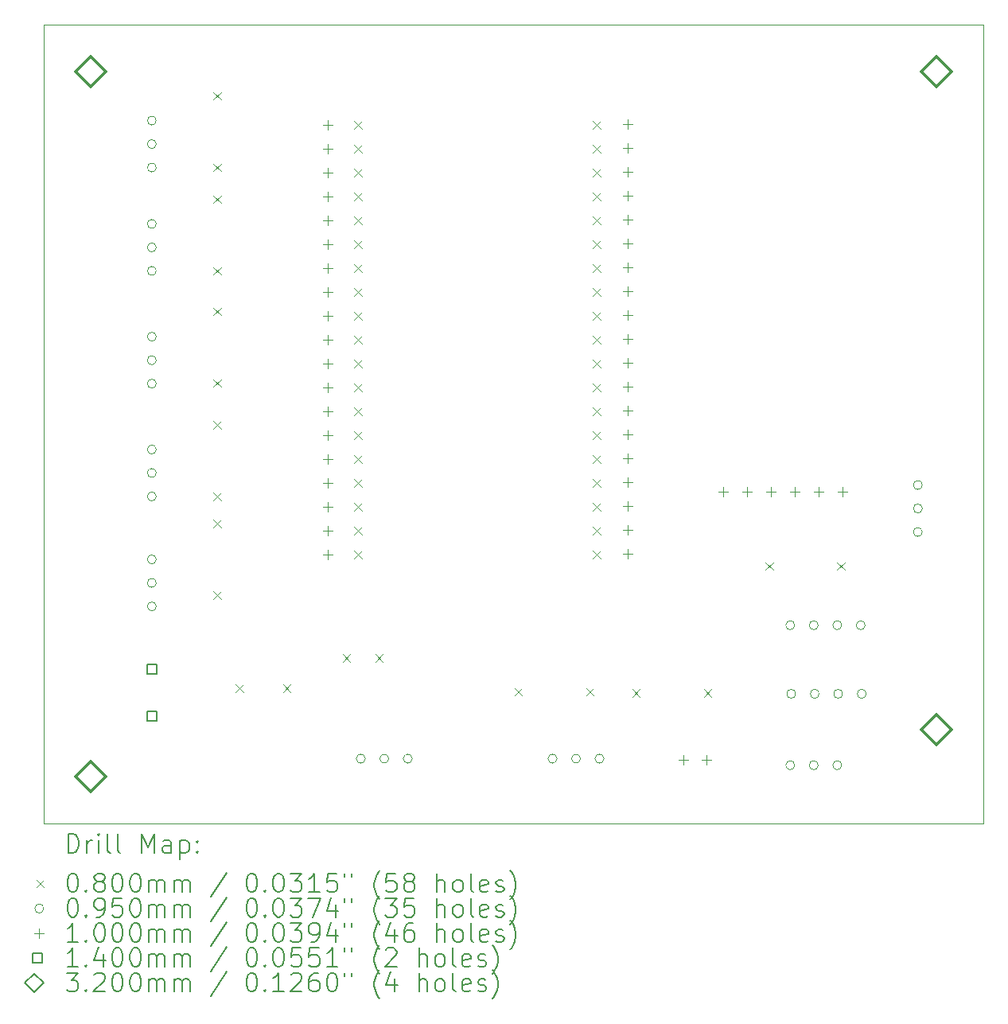
<source format=gbr>
%TF.GenerationSoftware,KiCad,Pcbnew,8.0.8*%
%TF.CreationDate,2025-01-28T10:28:21+01:00*%
%TF.ProjectId,PoolClock,506f6f6c-436c-46f6-936b-2e6b69636164,1.0*%
%TF.SameCoordinates,Original*%
%TF.FileFunction,Drillmap*%
%TF.FilePolarity,Positive*%
%FSLAX45Y45*%
G04 Gerber Fmt 4.5, Leading zero omitted, Abs format (unit mm)*
G04 Created by KiCad (PCBNEW 8.0.8) date 2025-01-28 10:28:21*
%MOMM*%
%LPD*%
G01*
G04 APERTURE LIST*
%ADD10C,0.050000*%
%ADD11C,0.200000*%
%ADD12C,0.100000*%
%ADD13C,0.140000*%
%ADD14C,0.320000*%
G04 APERTURE END LIST*
D10*
X7550000Y-5500000D02*
X17550000Y-5500000D01*
X17550000Y-14000000D01*
X7550000Y-14000000D01*
X7550000Y-5500000D01*
D11*
D12*
X9352000Y-6220000D02*
X9432000Y-6300000D01*
X9432000Y-6220000D02*
X9352000Y-6300000D01*
X9352000Y-6982000D02*
X9432000Y-7062000D01*
X9432000Y-6982000D02*
X9352000Y-7062000D01*
X9352000Y-7320000D02*
X9432000Y-7400000D01*
X9432000Y-7320000D02*
X9352000Y-7400000D01*
X9352000Y-8082000D02*
X9432000Y-8162000D01*
X9432000Y-8082000D02*
X9352000Y-8162000D01*
X9352000Y-8512000D02*
X9432000Y-8592000D01*
X9432000Y-8512000D02*
X9352000Y-8592000D01*
X9352000Y-9274000D02*
X9432000Y-9354000D01*
X9432000Y-9274000D02*
X9352000Y-9354000D01*
X9352000Y-9719844D02*
X9432000Y-9799844D01*
X9432000Y-9719844D02*
X9352000Y-9799844D01*
X9352000Y-10481844D02*
X9432000Y-10561844D01*
X9432000Y-10481844D02*
X9352000Y-10561844D01*
X9352000Y-10770000D02*
X9432000Y-10850000D01*
X9432000Y-10770000D02*
X9352000Y-10850000D01*
X9352000Y-11532000D02*
X9432000Y-11612000D01*
X9432000Y-11532000D02*
X9352000Y-11612000D01*
X9592000Y-12522000D02*
X9672000Y-12602000D01*
X9672000Y-12522000D02*
X9592000Y-12602000D01*
X10092000Y-12522000D02*
X10172000Y-12602000D01*
X10172000Y-12522000D02*
X10092000Y-12602000D01*
X10727000Y-12202000D02*
X10807000Y-12282000D01*
X10807000Y-12202000D02*
X10727000Y-12282000D01*
X10852500Y-6529500D02*
X10932500Y-6609500D01*
X10932500Y-6529500D02*
X10852500Y-6609500D01*
X10852500Y-6783500D02*
X10932500Y-6863500D01*
X10932500Y-6783500D02*
X10852500Y-6863500D01*
X10852500Y-7037500D02*
X10932500Y-7117500D01*
X10932500Y-7037500D02*
X10852500Y-7117500D01*
X10852500Y-7291500D02*
X10932500Y-7371500D01*
X10932500Y-7291500D02*
X10852500Y-7371500D01*
X10852500Y-7545500D02*
X10932500Y-7625500D01*
X10932500Y-7545500D02*
X10852500Y-7625500D01*
X10852500Y-7799500D02*
X10932500Y-7879500D01*
X10932500Y-7799500D02*
X10852500Y-7879500D01*
X10852500Y-8053500D02*
X10932500Y-8133500D01*
X10932500Y-8053500D02*
X10852500Y-8133500D01*
X10852500Y-8307500D02*
X10932500Y-8387500D01*
X10932500Y-8307500D02*
X10852500Y-8387500D01*
X10852500Y-8561500D02*
X10932500Y-8641500D01*
X10932500Y-8561500D02*
X10852500Y-8641500D01*
X10852500Y-8815500D02*
X10932500Y-8895500D01*
X10932500Y-8815500D02*
X10852500Y-8895500D01*
X10852500Y-9069500D02*
X10932500Y-9149500D01*
X10932500Y-9069500D02*
X10852500Y-9149500D01*
X10852500Y-9323500D02*
X10932500Y-9403500D01*
X10932500Y-9323500D02*
X10852500Y-9403500D01*
X10852500Y-9577500D02*
X10932500Y-9657500D01*
X10932500Y-9577500D02*
X10852500Y-9657500D01*
X10852500Y-9831500D02*
X10932500Y-9911500D01*
X10932500Y-9831500D02*
X10852500Y-9911500D01*
X10852500Y-10085500D02*
X10932500Y-10165500D01*
X10932500Y-10085500D02*
X10852500Y-10165500D01*
X10852500Y-10339500D02*
X10932500Y-10419500D01*
X10932500Y-10339500D02*
X10852500Y-10419500D01*
X10852500Y-10593500D02*
X10932500Y-10673500D01*
X10932500Y-10593500D02*
X10852500Y-10673500D01*
X10852500Y-10847500D02*
X10932500Y-10927500D01*
X10932500Y-10847500D02*
X10852500Y-10927500D01*
X10852500Y-11101500D02*
X10932500Y-11181500D01*
X10932500Y-11101500D02*
X10852500Y-11181500D01*
X11077000Y-12202000D02*
X11157000Y-12282000D01*
X11157000Y-12202000D02*
X11077000Y-12282000D01*
X12560000Y-12562000D02*
X12640000Y-12642000D01*
X12640000Y-12562000D02*
X12560000Y-12642000D01*
X13322000Y-12562000D02*
X13402000Y-12642000D01*
X13402000Y-12562000D02*
X13322000Y-12642000D01*
X13392132Y-10847228D02*
X13472132Y-10927228D01*
X13472132Y-10847228D02*
X13392132Y-10927228D01*
X13392132Y-11101228D02*
X13472132Y-11181228D01*
X13472132Y-11101228D02*
X13392132Y-11181228D01*
X13392500Y-6529500D02*
X13472500Y-6609500D01*
X13472500Y-6529500D02*
X13392500Y-6609500D01*
X13392500Y-6783500D02*
X13472500Y-6863500D01*
X13472500Y-6783500D02*
X13392500Y-6863500D01*
X13392500Y-7037500D02*
X13472500Y-7117500D01*
X13472500Y-7037500D02*
X13392500Y-7117500D01*
X13392500Y-7291500D02*
X13472500Y-7371500D01*
X13472500Y-7291500D02*
X13392500Y-7371500D01*
X13392500Y-7545500D02*
X13472500Y-7625500D01*
X13472500Y-7545500D02*
X13392500Y-7625500D01*
X13392500Y-7799500D02*
X13472500Y-7879500D01*
X13472500Y-7799500D02*
X13392500Y-7879500D01*
X13392500Y-8053500D02*
X13472500Y-8133500D01*
X13472500Y-8053500D02*
X13392500Y-8133500D01*
X13392500Y-8307500D02*
X13472500Y-8387500D01*
X13472500Y-8307500D02*
X13392500Y-8387500D01*
X13392500Y-8561500D02*
X13472500Y-8641500D01*
X13472500Y-8561500D02*
X13392500Y-8641500D01*
X13392500Y-8815500D02*
X13472500Y-8895500D01*
X13472500Y-8815500D02*
X13392500Y-8895500D01*
X13392500Y-9069500D02*
X13472500Y-9149500D01*
X13472500Y-9069500D02*
X13392500Y-9149500D01*
X13392500Y-9323500D02*
X13472500Y-9403500D01*
X13472500Y-9323500D02*
X13392500Y-9403500D01*
X13392500Y-9577500D02*
X13472500Y-9657500D01*
X13472500Y-9577500D02*
X13392500Y-9657500D01*
X13392500Y-9831500D02*
X13472500Y-9911500D01*
X13472500Y-9831500D02*
X13392500Y-9911500D01*
X13392500Y-10085500D02*
X13472500Y-10165500D01*
X13472500Y-10085500D02*
X13392500Y-10165500D01*
X13392500Y-10339500D02*
X13472500Y-10419500D01*
X13472500Y-10339500D02*
X13392500Y-10419500D01*
X13392500Y-10593500D02*
X13472500Y-10673500D01*
X13472500Y-10593500D02*
X13392500Y-10673500D01*
X13810000Y-12572000D02*
X13890000Y-12652000D01*
X13890000Y-12572000D02*
X13810000Y-12652000D01*
X14572000Y-12572000D02*
X14652000Y-12652000D01*
X14652000Y-12572000D02*
X14572000Y-12652000D01*
X15230000Y-11222000D02*
X15310000Y-11302000D01*
X15310000Y-11222000D02*
X15230000Y-11302000D01*
X15992000Y-11222000D02*
X16072000Y-11302000D01*
X16072000Y-11222000D02*
X15992000Y-11302000D01*
X8745000Y-6521844D02*
G75*
G02*
X8650000Y-6521844I-47500J0D01*
G01*
X8650000Y-6521844D02*
G75*
G02*
X8745000Y-6521844I47500J0D01*
G01*
X8745000Y-6771844D02*
G75*
G02*
X8650000Y-6771844I-47500J0D01*
G01*
X8650000Y-6771844D02*
G75*
G02*
X8745000Y-6771844I47500J0D01*
G01*
X8745000Y-7021844D02*
G75*
G02*
X8650000Y-7021844I-47500J0D01*
G01*
X8650000Y-7021844D02*
G75*
G02*
X8745000Y-7021844I47500J0D01*
G01*
X8745000Y-7621844D02*
G75*
G02*
X8650000Y-7621844I-47500J0D01*
G01*
X8650000Y-7621844D02*
G75*
G02*
X8745000Y-7621844I47500J0D01*
G01*
X8745000Y-7871844D02*
G75*
G02*
X8650000Y-7871844I-47500J0D01*
G01*
X8650000Y-7871844D02*
G75*
G02*
X8745000Y-7871844I47500J0D01*
G01*
X8745000Y-8121844D02*
G75*
G02*
X8650000Y-8121844I-47500J0D01*
G01*
X8650000Y-8121844D02*
G75*
G02*
X8745000Y-8121844I47500J0D01*
G01*
X8745000Y-8821844D02*
G75*
G02*
X8650000Y-8821844I-47500J0D01*
G01*
X8650000Y-8821844D02*
G75*
G02*
X8745000Y-8821844I47500J0D01*
G01*
X8745000Y-9071844D02*
G75*
G02*
X8650000Y-9071844I-47500J0D01*
G01*
X8650000Y-9071844D02*
G75*
G02*
X8745000Y-9071844I47500J0D01*
G01*
X8745000Y-9321844D02*
G75*
G02*
X8650000Y-9321844I-47500J0D01*
G01*
X8650000Y-9321844D02*
G75*
G02*
X8745000Y-9321844I47500J0D01*
G01*
X8745000Y-10021844D02*
G75*
G02*
X8650000Y-10021844I-47500J0D01*
G01*
X8650000Y-10021844D02*
G75*
G02*
X8745000Y-10021844I47500J0D01*
G01*
X8745000Y-10271844D02*
G75*
G02*
X8650000Y-10271844I-47500J0D01*
G01*
X8650000Y-10271844D02*
G75*
G02*
X8745000Y-10271844I47500J0D01*
G01*
X8745000Y-10521844D02*
G75*
G02*
X8650000Y-10521844I-47500J0D01*
G01*
X8650000Y-10521844D02*
G75*
G02*
X8745000Y-10521844I47500J0D01*
G01*
X8745000Y-11192000D02*
G75*
G02*
X8650000Y-11192000I-47500J0D01*
G01*
X8650000Y-11192000D02*
G75*
G02*
X8745000Y-11192000I47500J0D01*
G01*
X8745000Y-11442000D02*
G75*
G02*
X8650000Y-11442000I-47500J0D01*
G01*
X8650000Y-11442000D02*
G75*
G02*
X8745000Y-11442000I47500J0D01*
G01*
X8745000Y-11692000D02*
G75*
G02*
X8650000Y-11692000I-47500J0D01*
G01*
X8650000Y-11692000D02*
G75*
G02*
X8745000Y-11692000I47500J0D01*
G01*
X10969500Y-13312000D02*
G75*
G02*
X10874500Y-13312000I-47500J0D01*
G01*
X10874500Y-13312000D02*
G75*
G02*
X10969500Y-13312000I47500J0D01*
G01*
X11219500Y-13312000D02*
G75*
G02*
X11124500Y-13312000I-47500J0D01*
G01*
X11124500Y-13312000D02*
G75*
G02*
X11219500Y-13312000I47500J0D01*
G01*
X11469500Y-13312000D02*
G75*
G02*
X11374500Y-13312000I-47500J0D01*
G01*
X11374500Y-13312000D02*
G75*
G02*
X11469500Y-13312000I47500J0D01*
G01*
X13009500Y-13312000D02*
G75*
G02*
X12914500Y-13312000I-47500J0D01*
G01*
X12914500Y-13312000D02*
G75*
G02*
X13009500Y-13312000I47500J0D01*
G01*
X13259500Y-13312000D02*
G75*
G02*
X13164500Y-13312000I-47500J0D01*
G01*
X13164500Y-13312000D02*
G75*
G02*
X13259500Y-13312000I47500J0D01*
G01*
X13509500Y-13312000D02*
G75*
G02*
X13414500Y-13312000I-47500J0D01*
G01*
X13414500Y-13312000D02*
G75*
G02*
X13509500Y-13312000I47500J0D01*
G01*
X15539500Y-11892000D02*
G75*
G02*
X15444500Y-11892000I-47500J0D01*
G01*
X15444500Y-11892000D02*
G75*
G02*
X15539500Y-11892000I47500J0D01*
G01*
X15539500Y-13382000D02*
G75*
G02*
X15444500Y-13382000I-47500J0D01*
G01*
X15444500Y-13382000D02*
G75*
G02*
X15539500Y-13382000I47500J0D01*
G01*
X15549500Y-12622000D02*
G75*
G02*
X15454500Y-12622000I-47500J0D01*
G01*
X15454500Y-12622000D02*
G75*
G02*
X15549500Y-12622000I47500J0D01*
G01*
X15789500Y-11892000D02*
G75*
G02*
X15694500Y-11892000I-47500J0D01*
G01*
X15694500Y-11892000D02*
G75*
G02*
X15789500Y-11892000I47500J0D01*
G01*
X15789500Y-13382000D02*
G75*
G02*
X15694500Y-13382000I-47500J0D01*
G01*
X15694500Y-13382000D02*
G75*
G02*
X15789500Y-13382000I47500J0D01*
G01*
X15799500Y-12622000D02*
G75*
G02*
X15704500Y-12622000I-47500J0D01*
G01*
X15704500Y-12622000D02*
G75*
G02*
X15799500Y-12622000I47500J0D01*
G01*
X16039500Y-11892000D02*
G75*
G02*
X15944500Y-11892000I-47500J0D01*
G01*
X15944500Y-11892000D02*
G75*
G02*
X16039500Y-11892000I47500J0D01*
G01*
X16039500Y-13382000D02*
G75*
G02*
X15944500Y-13382000I-47500J0D01*
G01*
X15944500Y-13382000D02*
G75*
G02*
X16039500Y-13382000I47500J0D01*
G01*
X16049500Y-12622000D02*
G75*
G02*
X15954500Y-12622000I-47500J0D01*
G01*
X15954500Y-12622000D02*
G75*
G02*
X16049500Y-12622000I47500J0D01*
G01*
X16289500Y-11892000D02*
G75*
G02*
X16194500Y-11892000I-47500J0D01*
G01*
X16194500Y-11892000D02*
G75*
G02*
X16289500Y-11892000I47500J0D01*
G01*
X16299500Y-12622000D02*
G75*
G02*
X16204500Y-12622000I-47500J0D01*
G01*
X16204500Y-12622000D02*
G75*
G02*
X16299500Y-12622000I47500J0D01*
G01*
X16897500Y-10400000D02*
G75*
G02*
X16802500Y-10400000I-47500J0D01*
G01*
X16802500Y-10400000D02*
G75*
G02*
X16897500Y-10400000I47500J0D01*
G01*
X16897500Y-10650000D02*
G75*
G02*
X16802500Y-10650000I-47500J0D01*
G01*
X16802500Y-10650000D02*
G75*
G02*
X16897500Y-10650000I47500J0D01*
G01*
X16897500Y-10900000D02*
G75*
G02*
X16802500Y-10900000I-47500J0D01*
G01*
X16802500Y-10900000D02*
G75*
G02*
X16897500Y-10900000I47500J0D01*
G01*
X10568000Y-6519500D02*
X10568000Y-6619500D01*
X10518000Y-6569500D02*
X10618000Y-6569500D01*
X10568000Y-6773500D02*
X10568000Y-6873500D01*
X10518000Y-6823500D02*
X10618000Y-6823500D01*
X10568000Y-7027500D02*
X10568000Y-7127500D01*
X10518000Y-7077500D02*
X10618000Y-7077500D01*
X10568000Y-7281500D02*
X10568000Y-7381500D01*
X10518000Y-7331500D02*
X10618000Y-7331500D01*
X10568000Y-7535500D02*
X10568000Y-7635500D01*
X10518000Y-7585500D02*
X10618000Y-7585500D01*
X10568000Y-7789500D02*
X10568000Y-7889500D01*
X10518000Y-7839500D02*
X10618000Y-7839500D01*
X10568000Y-8043500D02*
X10568000Y-8143500D01*
X10518000Y-8093500D02*
X10618000Y-8093500D01*
X10568000Y-8297500D02*
X10568000Y-8397500D01*
X10518000Y-8347500D02*
X10618000Y-8347500D01*
X10568000Y-8551500D02*
X10568000Y-8651500D01*
X10518000Y-8601500D02*
X10618000Y-8601500D01*
X10568000Y-8805500D02*
X10568000Y-8905500D01*
X10518000Y-8855500D02*
X10618000Y-8855500D01*
X10568000Y-9059500D02*
X10568000Y-9159500D01*
X10518000Y-9109500D02*
X10618000Y-9109500D01*
X10568000Y-9313500D02*
X10568000Y-9413500D01*
X10518000Y-9363500D02*
X10618000Y-9363500D01*
X10568000Y-9567500D02*
X10568000Y-9667500D01*
X10518000Y-9617500D02*
X10618000Y-9617500D01*
X10568000Y-9821500D02*
X10568000Y-9921500D01*
X10518000Y-9871500D02*
X10618000Y-9871500D01*
X10568000Y-10075500D02*
X10568000Y-10175500D01*
X10518000Y-10125500D02*
X10618000Y-10125500D01*
X10568000Y-10329500D02*
X10568000Y-10429500D01*
X10518000Y-10379500D02*
X10618000Y-10379500D01*
X10568000Y-10583500D02*
X10568000Y-10683500D01*
X10518000Y-10633500D02*
X10618000Y-10633500D01*
X10568000Y-10837500D02*
X10568000Y-10937500D01*
X10518000Y-10887500D02*
X10618000Y-10887500D01*
X10568000Y-11091500D02*
X10568000Y-11191500D01*
X10518000Y-11141500D02*
X10618000Y-11141500D01*
X13760000Y-6511688D02*
X13760000Y-6611688D01*
X13710000Y-6561688D02*
X13810000Y-6561688D01*
X13760000Y-6765688D02*
X13760000Y-6865688D01*
X13710000Y-6815688D02*
X13810000Y-6815688D01*
X13760000Y-7019688D02*
X13760000Y-7119688D01*
X13710000Y-7069688D02*
X13810000Y-7069688D01*
X13760000Y-7273688D02*
X13760000Y-7373688D01*
X13710000Y-7323688D02*
X13810000Y-7323688D01*
X13760000Y-7527688D02*
X13760000Y-7627688D01*
X13710000Y-7577688D02*
X13810000Y-7577688D01*
X13760000Y-7781688D02*
X13760000Y-7881688D01*
X13710000Y-7831688D02*
X13810000Y-7831688D01*
X13760000Y-8035688D02*
X13760000Y-8135688D01*
X13710000Y-8085688D02*
X13810000Y-8085688D01*
X13760000Y-8289688D02*
X13760000Y-8389688D01*
X13710000Y-8339688D02*
X13810000Y-8339688D01*
X13760000Y-8543688D02*
X13760000Y-8643688D01*
X13710000Y-8593688D02*
X13810000Y-8593688D01*
X13760000Y-8797688D02*
X13760000Y-8897688D01*
X13710000Y-8847688D02*
X13810000Y-8847688D01*
X13760000Y-9051688D02*
X13760000Y-9151688D01*
X13710000Y-9101688D02*
X13810000Y-9101688D01*
X13760000Y-9305688D02*
X13760000Y-9405688D01*
X13710000Y-9355688D02*
X13810000Y-9355688D01*
X13760000Y-9559688D02*
X13760000Y-9659688D01*
X13710000Y-9609688D02*
X13810000Y-9609688D01*
X13760000Y-9813688D02*
X13760000Y-9913688D01*
X13710000Y-9863688D02*
X13810000Y-9863688D01*
X13760000Y-10067688D02*
X13760000Y-10167688D01*
X13710000Y-10117688D02*
X13810000Y-10117688D01*
X13760000Y-10321688D02*
X13760000Y-10421688D01*
X13710000Y-10371688D02*
X13810000Y-10371688D01*
X13760000Y-10575688D02*
X13760000Y-10675688D01*
X13710000Y-10625688D02*
X13810000Y-10625688D01*
X13760000Y-10829688D02*
X13760000Y-10929688D01*
X13710000Y-10879688D02*
X13810000Y-10879688D01*
X13760000Y-11083688D02*
X13760000Y-11183688D01*
X13710000Y-11133688D02*
X13810000Y-11133688D01*
X14352000Y-13272000D02*
X14352000Y-13372000D01*
X14302000Y-13322000D02*
X14402000Y-13322000D01*
X14602000Y-13272000D02*
X14602000Y-13372000D01*
X14552000Y-13322000D02*
X14652000Y-13322000D01*
X14780000Y-10422000D02*
X14780000Y-10522000D01*
X14730000Y-10472000D02*
X14830000Y-10472000D01*
X15034000Y-10422000D02*
X15034000Y-10522000D01*
X14984000Y-10472000D02*
X15084000Y-10472000D01*
X15288000Y-10422000D02*
X15288000Y-10522000D01*
X15238000Y-10472000D02*
X15338000Y-10472000D01*
X15542000Y-10422000D02*
X15542000Y-10522000D01*
X15492000Y-10472000D02*
X15592000Y-10472000D01*
X15796000Y-10422000D02*
X15796000Y-10522000D01*
X15746000Y-10472000D02*
X15846000Y-10472000D01*
X16050000Y-10422000D02*
X16050000Y-10522000D01*
X16000000Y-10472000D02*
X16100000Y-10472000D01*
D13*
X8746498Y-12407748D02*
X8746498Y-12308752D01*
X8647502Y-12308752D01*
X8647502Y-12407748D01*
X8746498Y-12407748D01*
X8746498Y-12907748D02*
X8746498Y-12808752D01*
X8647502Y-12808752D01*
X8647502Y-12907748D01*
X8746498Y-12907748D01*
D14*
X8050000Y-6160000D02*
X8210000Y-6000000D01*
X8050000Y-5840000D01*
X7890000Y-6000000D01*
X8050000Y-6160000D01*
X8050000Y-13660000D02*
X8210000Y-13500000D01*
X8050000Y-13340000D01*
X7890000Y-13500000D01*
X8050000Y-13660000D01*
X17050000Y-6160000D02*
X17210000Y-6000000D01*
X17050000Y-5840000D01*
X16890000Y-6000000D01*
X17050000Y-6160000D01*
X17050000Y-13160000D02*
X17210000Y-13000000D01*
X17050000Y-12840000D01*
X16890000Y-13000000D01*
X17050000Y-13160000D01*
D11*
X7808277Y-14313984D02*
X7808277Y-14113984D01*
X7808277Y-14113984D02*
X7855896Y-14113984D01*
X7855896Y-14113984D02*
X7884467Y-14123508D01*
X7884467Y-14123508D02*
X7903515Y-14142555D01*
X7903515Y-14142555D02*
X7913039Y-14161603D01*
X7913039Y-14161603D02*
X7922562Y-14199698D01*
X7922562Y-14199698D02*
X7922562Y-14228269D01*
X7922562Y-14228269D02*
X7913039Y-14266365D01*
X7913039Y-14266365D02*
X7903515Y-14285412D01*
X7903515Y-14285412D02*
X7884467Y-14304460D01*
X7884467Y-14304460D02*
X7855896Y-14313984D01*
X7855896Y-14313984D02*
X7808277Y-14313984D01*
X8008277Y-14313984D02*
X8008277Y-14180650D01*
X8008277Y-14218746D02*
X8017801Y-14199698D01*
X8017801Y-14199698D02*
X8027324Y-14190174D01*
X8027324Y-14190174D02*
X8046372Y-14180650D01*
X8046372Y-14180650D02*
X8065420Y-14180650D01*
X8132086Y-14313984D02*
X8132086Y-14180650D01*
X8132086Y-14113984D02*
X8122562Y-14123508D01*
X8122562Y-14123508D02*
X8132086Y-14133031D01*
X8132086Y-14133031D02*
X8141610Y-14123508D01*
X8141610Y-14123508D02*
X8132086Y-14113984D01*
X8132086Y-14113984D02*
X8132086Y-14133031D01*
X8255896Y-14313984D02*
X8236848Y-14304460D01*
X8236848Y-14304460D02*
X8227324Y-14285412D01*
X8227324Y-14285412D02*
X8227324Y-14113984D01*
X8360658Y-14313984D02*
X8341610Y-14304460D01*
X8341610Y-14304460D02*
X8332086Y-14285412D01*
X8332086Y-14285412D02*
X8332086Y-14113984D01*
X8589229Y-14313984D02*
X8589229Y-14113984D01*
X8589229Y-14113984D02*
X8655896Y-14256841D01*
X8655896Y-14256841D02*
X8722563Y-14113984D01*
X8722563Y-14113984D02*
X8722563Y-14313984D01*
X8903515Y-14313984D02*
X8903515Y-14209222D01*
X8903515Y-14209222D02*
X8893991Y-14190174D01*
X8893991Y-14190174D02*
X8874944Y-14180650D01*
X8874944Y-14180650D02*
X8836848Y-14180650D01*
X8836848Y-14180650D02*
X8817801Y-14190174D01*
X8903515Y-14304460D02*
X8884467Y-14313984D01*
X8884467Y-14313984D02*
X8836848Y-14313984D01*
X8836848Y-14313984D02*
X8817801Y-14304460D01*
X8817801Y-14304460D02*
X8808277Y-14285412D01*
X8808277Y-14285412D02*
X8808277Y-14266365D01*
X8808277Y-14266365D02*
X8817801Y-14247317D01*
X8817801Y-14247317D02*
X8836848Y-14237793D01*
X8836848Y-14237793D02*
X8884467Y-14237793D01*
X8884467Y-14237793D02*
X8903515Y-14228269D01*
X8998753Y-14180650D02*
X8998753Y-14380650D01*
X8998753Y-14190174D02*
X9017801Y-14180650D01*
X9017801Y-14180650D02*
X9055896Y-14180650D01*
X9055896Y-14180650D02*
X9074944Y-14190174D01*
X9074944Y-14190174D02*
X9084467Y-14199698D01*
X9084467Y-14199698D02*
X9093991Y-14218746D01*
X9093991Y-14218746D02*
X9093991Y-14275888D01*
X9093991Y-14275888D02*
X9084467Y-14294936D01*
X9084467Y-14294936D02*
X9074944Y-14304460D01*
X9074944Y-14304460D02*
X9055896Y-14313984D01*
X9055896Y-14313984D02*
X9017801Y-14313984D01*
X9017801Y-14313984D02*
X8998753Y-14304460D01*
X9179705Y-14294936D02*
X9189229Y-14304460D01*
X9189229Y-14304460D02*
X9179705Y-14313984D01*
X9179705Y-14313984D02*
X9170182Y-14304460D01*
X9170182Y-14304460D02*
X9179705Y-14294936D01*
X9179705Y-14294936D02*
X9179705Y-14313984D01*
X9179705Y-14190174D02*
X9189229Y-14199698D01*
X9189229Y-14199698D02*
X9179705Y-14209222D01*
X9179705Y-14209222D02*
X9170182Y-14199698D01*
X9170182Y-14199698D02*
X9179705Y-14190174D01*
X9179705Y-14190174D02*
X9179705Y-14209222D01*
D12*
X7467500Y-14602500D02*
X7547500Y-14682500D01*
X7547500Y-14602500D02*
X7467500Y-14682500D01*
D11*
X7846372Y-14533984D02*
X7865420Y-14533984D01*
X7865420Y-14533984D02*
X7884467Y-14543508D01*
X7884467Y-14543508D02*
X7893991Y-14553031D01*
X7893991Y-14553031D02*
X7903515Y-14572079D01*
X7903515Y-14572079D02*
X7913039Y-14610174D01*
X7913039Y-14610174D02*
X7913039Y-14657793D01*
X7913039Y-14657793D02*
X7903515Y-14695888D01*
X7903515Y-14695888D02*
X7893991Y-14714936D01*
X7893991Y-14714936D02*
X7884467Y-14724460D01*
X7884467Y-14724460D02*
X7865420Y-14733984D01*
X7865420Y-14733984D02*
X7846372Y-14733984D01*
X7846372Y-14733984D02*
X7827324Y-14724460D01*
X7827324Y-14724460D02*
X7817801Y-14714936D01*
X7817801Y-14714936D02*
X7808277Y-14695888D01*
X7808277Y-14695888D02*
X7798753Y-14657793D01*
X7798753Y-14657793D02*
X7798753Y-14610174D01*
X7798753Y-14610174D02*
X7808277Y-14572079D01*
X7808277Y-14572079D02*
X7817801Y-14553031D01*
X7817801Y-14553031D02*
X7827324Y-14543508D01*
X7827324Y-14543508D02*
X7846372Y-14533984D01*
X7998753Y-14714936D02*
X8008277Y-14724460D01*
X8008277Y-14724460D02*
X7998753Y-14733984D01*
X7998753Y-14733984D02*
X7989229Y-14724460D01*
X7989229Y-14724460D02*
X7998753Y-14714936D01*
X7998753Y-14714936D02*
X7998753Y-14733984D01*
X8122562Y-14619698D02*
X8103515Y-14610174D01*
X8103515Y-14610174D02*
X8093991Y-14600650D01*
X8093991Y-14600650D02*
X8084467Y-14581603D01*
X8084467Y-14581603D02*
X8084467Y-14572079D01*
X8084467Y-14572079D02*
X8093991Y-14553031D01*
X8093991Y-14553031D02*
X8103515Y-14543508D01*
X8103515Y-14543508D02*
X8122562Y-14533984D01*
X8122562Y-14533984D02*
X8160658Y-14533984D01*
X8160658Y-14533984D02*
X8179705Y-14543508D01*
X8179705Y-14543508D02*
X8189229Y-14553031D01*
X8189229Y-14553031D02*
X8198753Y-14572079D01*
X8198753Y-14572079D02*
X8198753Y-14581603D01*
X8198753Y-14581603D02*
X8189229Y-14600650D01*
X8189229Y-14600650D02*
X8179705Y-14610174D01*
X8179705Y-14610174D02*
X8160658Y-14619698D01*
X8160658Y-14619698D02*
X8122562Y-14619698D01*
X8122562Y-14619698D02*
X8103515Y-14629222D01*
X8103515Y-14629222D02*
X8093991Y-14638746D01*
X8093991Y-14638746D02*
X8084467Y-14657793D01*
X8084467Y-14657793D02*
X8084467Y-14695888D01*
X8084467Y-14695888D02*
X8093991Y-14714936D01*
X8093991Y-14714936D02*
X8103515Y-14724460D01*
X8103515Y-14724460D02*
X8122562Y-14733984D01*
X8122562Y-14733984D02*
X8160658Y-14733984D01*
X8160658Y-14733984D02*
X8179705Y-14724460D01*
X8179705Y-14724460D02*
X8189229Y-14714936D01*
X8189229Y-14714936D02*
X8198753Y-14695888D01*
X8198753Y-14695888D02*
X8198753Y-14657793D01*
X8198753Y-14657793D02*
X8189229Y-14638746D01*
X8189229Y-14638746D02*
X8179705Y-14629222D01*
X8179705Y-14629222D02*
X8160658Y-14619698D01*
X8322562Y-14533984D02*
X8341610Y-14533984D01*
X8341610Y-14533984D02*
X8360658Y-14543508D01*
X8360658Y-14543508D02*
X8370182Y-14553031D01*
X8370182Y-14553031D02*
X8379705Y-14572079D01*
X8379705Y-14572079D02*
X8389229Y-14610174D01*
X8389229Y-14610174D02*
X8389229Y-14657793D01*
X8389229Y-14657793D02*
X8379705Y-14695888D01*
X8379705Y-14695888D02*
X8370182Y-14714936D01*
X8370182Y-14714936D02*
X8360658Y-14724460D01*
X8360658Y-14724460D02*
X8341610Y-14733984D01*
X8341610Y-14733984D02*
X8322562Y-14733984D01*
X8322562Y-14733984D02*
X8303515Y-14724460D01*
X8303515Y-14724460D02*
X8293991Y-14714936D01*
X8293991Y-14714936D02*
X8284467Y-14695888D01*
X8284467Y-14695888D02*
X8274943Y-14657793D01*
X8274943Y-14657793D02*
X8274943Y-14610174D01*
X8274943Y-14610174D02*
X8284467Y-14572079D01*
X8284467Y-14572079D02*
X8293991Y-14553031D01*
X8293991Y-14553031D02*
X8303515Y-14543508D01*
X8303515Y-14543508D02*
X8322562Y-14533984D01*
X8513039Y-14533984D02*
X8532086Y-14533984D01*
X8532086Y-14533984D02*
X8551134Y-14543508D01*
X8551134Y-14543508D02*
X8560658Y-14553031D01*
X8560658Y-14553031D02*
X8570182Y-14572079D01*
X8570182Y-14572079D02*
X8579705Y-14610174D01*
X8579705Y-14610174D02*
X8579705Y-14657793D01*
X8579705Y-14657793D02*
X8570182Y-14695888D01*
X8570182Y-14695888D02*
X8560658Y-14714936D01*
X8560658Y-14714936D02*
X8551134Y-14724460D01*
X8551134Y-14724460D02*
X8532086Y-14733984D01*
X8532086Y-14733984D02*
X8513039Y-14733984D01*
X8513039Y-14733984D02*
X8493991Y-14724460D01*
X8493991Y-14724460D02*
X8484467Y-14714936D01*
X8484467Y-14714936D02*
X8474944Y-14695888D01*
X8474944Y-14695888D02*
X8465420Y-14657793D01*
X8465420Y-14657793D02*
X8465420Y-14610174D01*
X8465420Y-14610174D02*
X8474944Y-14572079D01*
X8474944Y-14572079D02*
X8484467Y-14553031D01*
X8484467Y-14553031D02*
X8493991Y-14543508D01*
X8493991Y-14543508D02*
X8513039Y-14533984D01*
X8665420Y-14733984D02*
X8665420Y-14600650D01*
X8665420Y-14619698D02*
X8674944Y-14610174D01*
X8674944Y-14610174D02*
X8693991Y-14600650D01*
X8693991Y-14600650D02*
X8722563Y-14600650D01*
X8722563Y-14600650D02*
X8741610Y-14610174D01*
X8741610Y-14610174D02*
X8751134Y-14629222D01*
X8751134Y-14629222D02*
X8751134Y-14733984D01*
X8751134Y-14629222D02*
X8760658Y-14610174D01*
X8760658Y-14610174D02*
X8779705Y-14600650D01*
X8779705Y-14600650D02*
X8808277Y-14600650D01*
X8808277Y-14600650D02*
X8827325Y-14610174D01*
X8827325Y-14610174D02*
X8836848Y-14629222D01*
X8836848Y-14629222D02*
X8836848Y-14733984D01*
X8932086Y-14733984D02*
X8932086Y-14600650D01*
X8932086Y-14619698D02*
X8941610Y-14610174D01*
X8941610Y-14610174D02*
X8960658Y-14600650D01*
X8960658Y-14600650D02*
X8989229Y-14600650D01*
X8989229Y-14600650D02*
X9008277Y-14610174D01*
X9008277Y-14610174D02*
X9017801Y-14629222D01*
X9017801Y-14629222D02*
X9017801Y-14733984D01*
X9017801Y-14629222D02*
X9027325Y-14610174D01*
X9027325Y-14610174D02*
X9046372Y-14600650D01*
X9046372Y-14600650D02*
X9074944Y-14600650D01*
X9074944Y-14600650D02*
X9093991Y-14610174D01*
X9093991Y-14610174D02*
X9103515Y-14629222D01*
X9103515Y-14629222D02*
X9103515Y-14733984D01*
X9493991Y-14524460D02*
X9322563Y-14781603D01*
X9751134Y-14533984D02*
X9770182Y-14533984D01*
X9770182Y-14533984D02*
X9789229Y-14543508D01*
X9789229Y-14543508D02*
X9798753Y-14553031D01*
X9798753Y-14553031D02*
X9808277Y-14572079D01*
X9808277Y-14572079D02*
X9817801Y-14610174D01*
X9817801Y-14610174D02*
X9817801Y-14657793D01*
X9817801Y-14657793D02*
X9808277Y-14695888D01*
X9808277Y-14695888D02*
X9798753Y-14714936D01*
X9798753Y-14714936D02*
X9789229Y-14724460D01*
X9789229Y-14724460D02*
X9770182Y-14733984D01*
X9770182Y-14733984D02*
X9751134Y-14733984D01*
X9751134Y-14733984D02*
X9732087Y-14724460D01*
X9732087Y-14724460D02*
X9722563Y-14714936D01*
X9722563Y-14714936D02*
X9713039Y-14695888D01*
X9713039Y-14695888D02*
X9703515Y-14657793D01*
X9703515Y-14657793D02*
X9703515Y-14610174D01*
X9703515Y-14610174D02*
X9713039Y-14572079D01*
X9713039Y-14572079D02*
X9722563Y-14553031D01*
X9722563Y-14553031D02*
X9732087Y-14543508D01*
X9732087Y-14543508D02*
X9751134Y-14533984D01*
X9903515Y-14714936D02*
X9913039Y-14724460D01*
X9913039Y-14724460D02*
X9903515Y-14733984D01*
X9903515Y-14733984D02*
X9893991Y-14724460D01*
X9893991Y-14724460D02*
X9903515Y-14714936D01*
X9903515Y-14714936D02*
X9903515Y-14733984D01*
X10036848Y-14533984D02*
X10055896Y-14533984D01*
X10055896Y-14533984D02*
X10074944Y-14543508D01*
X10074944Y-14543508D02*
X10084468Y-14553031D01*
X10084468Y-14553031D02*
X10093991Y-14572079D01*
X10093991Y-14572079D02*
X10103515Y-14610174D01*
X10103515Y-14610174D02*
X10103515Y-14657793D01*
X10103515Y-14657793D02*
X10093991Y-14695888D01*
X10093991Y-14695888D02*
X10084468Y-14714936D01*
X10084468Y-14714936D02*
X10074944Y-14724460D01*
X10074944Y-14724460D02*
X10055896Y-14733984D01*
X10055896Y-14733984D02*
X10036848Y-14733984D01*
X10036848Y-14733984D02*
X10017801Y-14724460D01*
X10017801Y-14724460D02*
X10008277Y-14714936D01*
X10008277Y-14714936D02*
X9998753Y-14695888D01*
X9998753Y-14695888D02*
X9989229Y-14657793D01*
X9989229Y-14657793D02*
X9989229Y-14610174D01*
X9989229Y-14610174D02*
X9998753Y-14572079D01*
X9998753Y-14572079D02*
X10008277Y-14553031D01*
X10008277Y-14553031D02*
X10017801Y-14543508D01*
X10017801Y-14543508D02*
X10036848Y-14533984D01*
X10170182Y-14533984D02*
X10293991Y-14533984D01*
X10293991Y-14533984D02*
X10227325Y-14610174D01*
X10227325Y-14610174D02*
X10255896Y-14610174D01*
X10255896Y-14610174D02*
X10274944Y-14619698D01*
X10274944Y-14619698D02*
X10284468Y-14629222D01*
X10284468Y-14629222D02*
X10293991Y-14648269D01*
X10293991Y-14648269D02*
X10293991Y-14695888D01*
X10293991Y-14695888D02*
X10284468Y-14714936D01*
X10284468Y-14714936D02*
X10274944Y-14724460D01*
X10274944Y-14724460D02*
X10255896Y-14733984D01*
X10255896Y-14733984D02*
X10198753Y-14733984D01*
X10198753Y-14733984D02*
X10179706Y-14724460D01*
X10179706Y-14724460D02*
X10170182Y-14714936D01*
X10484468Y-14733984D02*
X10370182Y-14733984D01*
X10427325Y-14733984D02*
X10427325Y-14533984D01*
X10427325Y-14533984D02*
X10408277Y-14562555D01*
X10408277Y-14562555D02*
X10389229Y-14581603D01*
X10389229Y-14581603D02*
X10370182Y-14591127D01*
X10665420Y-14533984D02*
X10570182Y-14533984D01*
X10570182Y-14533984D02*
X10560658Y-14629222D01*
X10560658Y-14629222D02*
X10570182Y-14619698D01*
X10570182Y-14619698D02*
X10589229Y-14610174D01*
X10589229Y-14610174D02*
X10636849Y-14610174D01*
X10636849Y-14610174D02*
X10655896Y-14619698D01*
X10655896Y-14619698D02*
X10665420Y-14629222D01*
X10665420Y-14629222D02*
X10674944Y-14648269D01*
X10674944Y-14648269D02*
X10674944Y-14695888D01*
X10674944Y-14695888D02*
X10665420Y-14714936D01*
X10665420Y-14714936D02*
X10655896Y-14724460D01*
X10655896Y-14724460D02*
X10636849Y-14733984D01*
X10636849Y-14733984D02*
X10589229Y-14733984D01*
X10589229Y-14733984D02*
X10570182Y-14724460D01*
X10570182Y-14724460D02*
X10560658Y-14714936D01*
X10751134Y-14533984D02*
X10751134Y-14572079D01*
X10827325Y-14533984D02*
X10827325Y-14572079D01*
X11122563Y-14810174D02*
X11113039Y-14800650D01*
X11113039Y-14800650D02*
X11093991Y-14772079D01*
X11093991Y-14772079D02*
X11084468Y-14753031D01*
X11084468Y-14753031D02*
X11074944Y-14724460D01*
X11074944Y-14724460D02*
X11065420Y-14676841D01*
X11065420Y-14676841D02*
X11065420Y-14638746D01*
X11065420Y-14638746D02*
X11074944Y-14591127D01*
X11074944Y-14591127D02*
X11084468Y-14562555D01*
X11084468Y-14562555D02*
X11093991Y-14543508D01*
X11093991Y-14543508D02*
X11113039Y-14514936D01*
X11113039Y-14514936D02*
X11122563Y-14505412D01*
X11293991Y-14533984D02*
X11198753Y-14533984D01*
X11198753Y-14533984D02*
X11189229Y-14629222D01*
X11189229Y-14629222D02*
X11198753Y-14619698D01*
X11198753Y-14619698D02*
X11217801Y-14610174D01*
X11217801Y-14610174D02*
X11265420Y-14610174D01*
X11265420Y-14610174D02*
X11284468Y-14619698D01*
X11284468Y-14619698D02*
X11293991Y-14629222D01*
X11293991Y-14629222D02*
X11303515Y-14648269D01*
X11303515Y-14648269D02*
X11303515Y-14695888D01*
X11303515Y-14695888D02*
X11293991Y-14714936D01*
X11293991Y-14714936D02*
X11284468Y-14724460D01*
X11284468Y-14724460D02*
X11265420Y-14733984D01*
X11265420Y-14733984D02*
X11217801Y-14733984D01*
X11217801Y-14733984D02*
X11198753Y-14724460D01*
X11198753Y-14724460D02*
X11189229Y-14714936D01*
X11417801Y-14619698D02*
X11398753Y-14610174D01*
X11398753Y-14610174D02*
X11389229Y-14600650D01*
X11389229Y-14600650D02*
X11379706Y-14581603D01*
X11379706Y-14581603D02*
X11379706Y-14572079D01*
X11379706Y-14572079D02*
X11389229Y-14553031D01*
X11389229Y-14553031D02*
X11398753Y-14543508D01*
X11398753Y-14543508D02*
X11417801Y-14533984D01*
X11417801Y-14533984D02*
X11455896Y-14533984D01*
X11455896Y-14533984D02*
X11474944Y-14543508D01*
X11474944Y-14543508D02*
X11484468Y-14553031D01*
X11484468Y-14553031D02*
X11493991Y-14572079D01*
X11493991Y-14572079D02*
X11493991Y-14581603D01*
X11493991Y-14581603D02*
X11484468Y-14600650D01*
X11484468Y-14600650D02*
X11474944Y-14610174D01*
X11474944Y-14610174D02*
X11455896Y-14619698D01*
X11455896Y-14619698D02*
X11417801Y-14619698D01*
X11417801Y-14619698D02*
X11398753Y-14629222D01*
X11398753Y-14629222D02*
X11389229Y-14638746D01*
X11389229Y-14638746D02*
X11379706Y-14657793D01*
X11379706Y-14657793D02*
X11379706Y-14695888D01*
X11379706Y-14695888D02*
X11389229Y-14714936D01*
X11389229Y-14714936D02*
X11398753Y-14724460D01*
X11398753Y-14724460D02*
X11417801Y-14733984D01*
X11417801Y-14733984D02*
X11455896Y-14733984D01*
X11455896Y-14733984D02*
X11474944Y-14724460D01*
X11474944Y-14724460D02*
X11484468Y-14714936D01*
X11484468Y-14714936D02*
X11493991Y-14695888D01*
X11493991Y-14695888D02*
X11493991Y-14657793D01*
X11493991Y-14657793D02*
X11484468Y-14638746D01*
X11484468Y-14638746D02*
X11474944Y-14629222D01*
X11474944Y-14629222D02*
X11455896Y-14619698D01*
X11732087Y-14733984D02*
X11732087Y-14533984D01*
X11817801Y-14733984D02*
X11817801Y-14629222D01*
X11817801Y-14629222D02*
X11808277Y-14610174D01*
X11808277Y-14610174D02*
X11789230Y-14600650D01*
X11789230Y-14600650D02*
X11760658Y-14600650D01*
X11760658Y-14600650D02*
X11741610Y-14610174D01*
X11741610Y-14610174D02*
X11732087Y-14619698D01*
X11941610Y-14733984D02*
X11922563Y-14724460D01*
X11922563Y-14724460D02*
X11913039Y-14714936D01*
X11913039Y-14714936D02*
X11903515Y-14695888D01*
X11903515Y-14695888D02*
X11903515Y-14638746D01*
X11903515Y-14638746D02*
X11913039Y-14619698D01*
X11913039Y-14619698D02*
X11922563Y-14610174D01*
X11922563Y-14610174D02*
X11941610Y-14600650D01*
X11941610Y-14600650D02*
X11970182Y-14600650D01*
X11970182Y-14600650D02*
X11989230Y-14610174D01*
X11989230Y-14610174D02*
X11998753Y-14619698D01*
X11998753Y-14619698D02*
X12008277Y-14638746D01*
X12008277Y-14638746D02*
X12008277Y-14695888D01*
X12008277Y-14695888D02*
X11998753Y-14714936D01*
X11998753Y-14714936D02*
X11989230Y-14724460D01*
X11989230Y-14724460D02*
X11970182Y-14733984D01*
X11970182Y-14733984D02*
X11941610Y-14733984D01*
X12122563Y-14733984D02*
X12103515Y-14724460D01*
X12103515Y-14724460D02*
X12093991Y-14705412D01*
X12093991Y-14705412D02*
X12093991Y-14533984D01*
X12274944Y-14724460D02*
X12255896Y-14733984D01*
X12255896Y-14733984D02*
X12217801Y-14733984D01*
X12217801Y-14733984D02*
X12198753Y-14724460D01*
X12198753Y-14724460D02*
X12189230Y-14705412D01*
X12189230Y-14705412D02*
X12189230Y-14629222D01*
X12189230Y-14629222D02*
X12198753Y-14610174D01*
X12198753Y-14610174D02*
X12217801Y-14600650D01*
X12217801Y-14600650D02*
X12255896Y-14600650D01*
X12255896Y-14600650D02*
X12274944Y-14610174D01*
X12274944Y-14610174D02*
X12284468Y-14629222D01*
X12284468Y-14629222D02*
X12284468Y-14648269D01*
X12284468Y-14648269D02*
X12189230Y-14667317D01*
X12360658Y-14724460D02*
X12379706Y-14733984D01*
X12379706Y-14733984D02*
X12417801Y-14733984D01*
X12417801Y-14733984D02*
X12436849Y-14724460D01*
X12436849Y-14724460D02*
X12446372Y-14705412D01*
X12446372Y-14705412D02*
X12446372Y-14695888D01*
X12446372Y-14695888D02*
X12436849Y-14676841D01*
X12436849Y-14676841D02*
X12417801Y-14667317D01*
X12417801Y-14667317D02*
X12389230Y-14667317D01*
X12389230Y-14667317D02*
X12370182Y-14657793D01*
X12370182Y-14657793D02*
X12360658Y-14638746D01*
X12360658Y-14638746D02*
X12360658Y-14629222D01*
X12360658Y-14629222D02*
X12370182Y-14610174D01*
X12370182Y-14610174D02*
X12389230Y-14600650D01*
X12389230Y-14600650D02*
X12417801Y-14600650D01*
X12417801Y-14600650D02*
X12436849Y-14610174D01*
X12513039Y-14810174D02*
X12522563Y-14800650D01*
X12522563Y-14800650D02*
X12541611Y-14772079D01*
X12541611Y-14772079D02*
X12551134Y-14753031D01*
X12551134Y-14753031D02*
X12560658Y-14724460D01*
X12560658Y-14724460D02*
X12570182Y-14676841D01*
X12570182Y-14676841D02*
X12570182Y-14638746D01*
X12570182Y-14638746D02*
X12560658Y-14591127D01*
X12560658Y-14591127D02*
X12551134Y-14562555D01*
X12551134Y-14562555D02*
X12541611Y-14543508D01*
X12541611Y-14543508D02*
X12522563Y-14514936D01*
X12522563Y-14514936D02*
X12513039Y-14505412D01*
D12*
X7547500Y-14906500D02*
G75*
G02*
X7452500Y-14906500I-47500J0D01*
G01*
X7452500Y-14906500D02*
G75*
G02*
X7547500Y-14906500I47500J0D01*
G01*
D11*
X7846372Y-14797984D02*
X7865420Y-14797984D01*
X7865420Y-14797984D02*
X7884467Y-14807508D01*
X7884467Y-14807508D02*
X7893991Y-14817031D01*
X7893991Y-14817031D02*
X7903515Y-14836079D01*
X7903515Y-14836079D02*
X7913039Y-14874174D01*
X7913039Y-14874174D02*
X7913039Y-14921793D01*
X7913039Y-14921793D02*
X7903515Y-14959888D01*
X7903515Y-14959888D02*
X7893991Y-14978936D01*
X7893991Y-14978936D02*
X7884467Y-14988460D01*
X7884467Y-14988460D02*
X7865420Y-14997984D01*
X7865420Y-14997984D02*
X7846372Y-14997984D01*
X7846372Y-14997984D02*
X7827324Y-14988460D01*
X7827324Y-14988460D02*
X7817801Y-14978936D01*
X7817801Y-14978936D02*
X7808277Y-14959888D01*
X7808277Y-14959888D02*
X7798753Y-14921793D01*
X7798753Y-14921793D02*
X7798753Y-14874174D01*
X7798753Y-14874174D02*
X7808277Y-14836079D01*
X7808277Y-14836079D02*
X7817801Y-14817031D01*
X7817801Y-14817031D02*
X7827324Y-14807508D01*
X7827324Y-14807508D02*
X7846372Y-14797984D01*
X7998753Y-14978936D02*
X8008277Y-14988460D01*
X8008277Y-14988460D02*
X7998753Y-14997984D01*
X7998753Y-14997984D02*
X7989229Y-14988460D01*
X7989229Y-14988460D02*
X7998753Y-14978936D01*
X7998753Y-14978936D02*
X7998753Y-14997984D01*
X8103515Y-14997984D02*
X8141610Y-14997984D01*
X8141610Y-14997984D02*
X8160658Y-14988460D01*
X8160658Y-14988460D02*
X8170182Y-14978936D01*
X8170182Y-14978936D02*
X8189229Y-14950365D01*
X8189229Y-14950365D02*
X8198753Y-14912269D01*
X8198753Y-14912269D02*
X8198753Y-14836079D01*
X8198753Y-14836079D02*
X8189229Y-14817031D01*
X8189229Y-14817031D02*
X8179705Y-14807508D01*
X8179705Y-14807508D02*
X8160658Y-14797984D01*
X8160658Y-14797984D02*
X8122562Y-14797984D01*
X8122562Y-14797984D02*
X8103515Y-14807508D01*
X8103515Y-14807508D02*
X8093991Y-14817031D01*
X8093991Y-14817031D02*
X8084467Y-14836079D01*
X8084467Y-14836079D02*
X8084467Y-14883698D01*
X8084467Y-14883698D02*
X8093991Y-14902746D01*
X8093991Y-14902746D02*
X8103515Y-14912269D01*
X8103515Y-14912269D02*
X8122562Y-14921793D01*
X8122562Y-14921793D02*
X8160658Y-14921793D01*
X8160658Y-14921793D02*
X8179705Y-14912269D01*
X8179705Y-14912269D02*
X8189229Y-14902746D01*
X8189229Y-14902746D02*
X8198753Y-14883698D01*
X8379705Y-14797984D02*
X8284467Y-14797984D01*
X8284467Y-14797984D02*
X8274943Y-14893222D01*
X8274943Y-14893222D02*
X8284467Y-14883698D01*
X8284467Y-14883698D02*
X8303515Y-14874174D01*
X8303515Y-14874174D02*
X8351134Y-14874174D01*
X8351134Y-14874174D02*
X8370182Y-14883698D01*
X8370182Y-14883698D02*
X8379705Y-14893222D01*
X8379705Y-14893222D02*
X8389229Y-14912269D01*
X8389229Y-14912269D02*
X8389229Y-14959888D01*
X8389229Y-14959888D02*
X8379705Y-14978936D01*
X8379705Y-14978936D02*
X8370182Y-14988460D01*
X8370182Y-14988460D02*
X8351134Y-14997984D01*
X8351134Y-14997984D02*
X8303515Y-14997984D01*
X8303515Y-14997984D02*
X8284467Y-14988460D01*
X8284467Y-14988460D02*
X8274943Y-14978936D01*
X8513039Y-14797984D02*
X8532086Y-14797984D01*
X8532086Y-14797984D02*
X8551134Y-14807508D01*
X8551134Y-14807508D02*
X8560658Y-14817031D01*
X8560658Y-14817031D02*
X8570182Y-14836079D01*
X8570182Y-14836079D02*
X8579705Y-14874174D01*
X8579705Y-14874174D02*
X8579705Y-14921793D01*
X8579705Y-14921793D02*
X8570182Y-14959888D01*
X8570182Y-14959888D02*
X8560658Y-14978936D01*
X8560658Y-14978936D02*
X8551134Y-14988460D01*
X8551134Y-14988460D02*
X8532086Y-14997984D01*
X8532086Y-14997984D02*
X8513039Y-14997984D01*
X8513039Y-14997984D02*
X8493991Y-14988460D01*
X8493991Y-14988460D02*
X8484467Y-14978936D01*
X8484467Y-14978936D02*
X8474944Y-14959888D01*
X8474944Y-14959888D02*
X8465420Y-14921793D01*
X8465420Y-14921793D02*
X8465420Y-14874174D01*
X8465420Y-14874174D02*
X8474944Y-14836079D01*
X8474944Y-14836079D02*
X8484467Y-14817031D01*
X8484467Y-14817031D02*
X8493991Y-14807508D01*
X8493991Y-14807508D02*
X8513039Y-14797984D01*
X8665420Y-14997984D02*
X8665420Y-14864650D01*
X8665420Y-14883698D02*
X8674944Y-14874174D01*
X8674944Y-14874174D02*
X8693991Y-14864650D01*
X8693991Y-14864650D02*
X8722563Y-14864650D01*
X8722563Y-14864650D02*
X8741610Y-14874174D01*
X8741610Y-14874174D02*
X8751134Y-14893222D01*
X8751134Y-14893222D02*
X8751134Y-14997984D01*
X8751134Y-14893222D02*
X8760658Y-14874174D01*
X8760658Y-14874174D02*
X8779705Y-14864650D01*
X8779705Y-14864650D02*
X8808277Y-14864650D01*
X8808277Y-14864650D02*
X8827325Y-14874174D01*
X8827325Y-14874174D02*
X8836848Y-14893222D01*
X8836848Y-14893222D02*
X8836848Y-14997984D01*
X8932086Y-14997984D02*
X8932086Y-14864650D01*
X8932086Y-14883698D02*
X8941610Y-14874174D01*
X8941610Y-14874174D02*
X8960658Y-14864650D01*
X8960658Y-14864650D02*
X8989229Y-14864650D01*
X8989229Y-14864650D02*
X9008277Y-14874174D01*
X9008277Y-14874174D02*
X9017801Y-14893222D01*
X9017801Y-14893222D02*
X9017801Y-14997984D01*
X9017801Y-14893222D02*
X9027325Y-14874174D01*
X9027325Y-14874174D02*
X9046372Y-14864650D01*
X9046372Y-14864650D02*
X9074944Y-14864650D01*
X9074944Y-14864650D02*
X9093991Y-14874174D01*
X9093991Y-14874174D02*
X9103515Y-14893222D01*
X9103515Y-14893222D02*
X9103515Y-14997984D01*
X9493991Y-14788460D02*
X9322563Y-15045603D01*
X9751134Y-14797984D02*
X9770182Y-14797984D01*
X9770182Y-14797984D02*
X9789229Y-14807508D01*
X9789229Y-14807508D02*
X9798753Y-14817031D01*
X9798753Y-14817031D02*
X9808277Y-14836079D01*
X9808277Y-14836079D02*
X9817801Y-14874174D01*
X9817801Y-14874174D02*
X9817801Y-14921793D01*
X9817801Y-14921793D02*
X9808277Y-14959888D01*
X9808277Y-14959888D02*
X9798753Y-14978936D01*
X9798753Y-14978936D02*
X9789229Y-14988460D01*
X9789229Y-14988460D02*
X9770182Y-14997984D01*
X9770182Y-14997984D02*
X9751134Y-14997984D01*
X9751134Y-14997984D02*
X9732087Y-14988460D01*
X9732087Y-14988460D02*
X9722563Y-14978936D01*
X9722563Y-14978936D02*
X9713039Y-14959888D01*
X9713039Y-14959888D02*
X9703515Y-14921793D01*
X9703515Y-14921793D02*
X9703515Y-14874174D01*
X9703515Y-14874174D02*
X9713039Y-14836079D01*
X9713039Y-14836079D02*
X9722563Y-14817031D01*
X9722563Y-14817031D02*
X9732087Y-14807508D01*
X9732087Y-14807508D02*
X9751134Y-14797984D01*
X9903515Y-14978936D02*
X9913039Y-14988460D01*
X9913039Y-14988460D02*
X9903515Y-14997984D01*
X9903515Y-14997984D02*
X9893991Y-14988460D01*
X9893991Y-14988460D02*
X9903515Y-14978936D01*
X9903515Y-14978936D02*
X9903515Y-14997984D01*
X10036848Y-14797984D02*
X10055896Y-14797984D01*
X10055896Y-14797984D02*
X10074944Y-14807508D01*
X10074944Y-14807508D02*
X10084468Y-14817031D01*
X10084468Y-14817031D02*
X10093991Y-14836079D01*
X10093991Y-14836079D02*
X10103515Y-14874174D01*
X10103515Y-14874174D02*
X10103515Y-14921793D01*
X10103515Y-14921793D02*
X10093991Y-14959888D01*
X10093991Y-14959888D02*
X10084468Y-14978936D01*
X10084468Y-14978936D02*
X10074944Y-14988460D01*
X10074944Y-14988460D02*
X10055896Y-14997984D01*
X10055896Y-14997984D02*
X10036848Y-14997984D01*
X10036848Y-14997984D02*
X10017801Y-14988460D01*
X10017801Y-14988460D02*
X10008277Y-14978936D01*
X10008277Y-14978936D02*
X9998753Y-14959888D01*
X9998753Y-14959888D02*
X9989229Y-14921793D01*
X9989229Y-14921793D02*
X9989229Y-14874174D01*
X9989229Y-14874174D02*
X9998753Y-14836079D01*
X9998753Y-14836079D02*
X10008277Y-14817031D01*
X10008277Y-14817031D02*
X10017801Y-14807508D01*
X10017801Y-14807508D02*
X10036848Y-14797984D01*
X10170182Y-14797984D02*
X10293991Y-14797984D01*
X10293991Y-14797984D02*
X10227325Y-14874174D01*
X10227325Y-14874174D02*
X10255896Y-14874174D01*
X10255896Y-14874174D02*
X10274944Y-14883698D01*
X10274944Y-14883698D02*
X10284468Y-14893222D01*
X10284468Y-14893222D02*
X10293991Y-14912269D01*
X10293991Y-14912269D02*
X10293991Y-14959888D01*
X10293991Y-14959888D02*
X10284468Y-14978936D01*
X10284468Y-14978936D02*
X10274944Y-14988460D01*
X10274944Y-14988460D02*
X10255896Y-14997984D01*
X10255896Y-14997984D02*
X10198753Y-14997984D01*
X10198753Y-14997984D02*
X10179706Y-14988460D01*
X10179706Y-14988460D02*
X10170182Y-14978936D01*
X10360658Y-14797984D02*
X10493991Y-14797984D01*
X10493991Y-14797984D02*
X10408277Y-14997984D01*
X10655896Y-14864650D02*
X10655896Y-14997984D01*
X10608277Y-14788460D02*
X10560658Y-14931317D01*
X10560658Y-14931317D02*
X10684468Y-14931317D01*
X10751134Y-14797984D02*
X10751134Y-14836079D01*
X10827325Y-14797984D02*
X10827325Y-14836079D01*
X11122563Y-15074174D02*
X11113039Y-15064650D01*
X11113039Y-15064650D02*
X11093991Y-15036079D01*
X11093991Y-15036079D02*
X11084468Y-15017031D01*
X11084468Y-15017031D02*
X11074944Y-14988460D01*
X11074944Y-14988460D02*
X11065420Y-14940841D01*
X11065420Y-14940841D02*
X11065420Y-14902746D01*
X11065420Y-14902746D02*
X11074944Y-14855127D01*
X11074944Y-14855127D02*
X11084468Y-14826555D01*
X11084468Y-14826555D02*
X11093991Y-14807508D01*
X11093991Y-14807508D02*
X11113039Y-14778936D01*
X11113039Y-14778936D02*
X11122563Y-14769412D01*
X11179706Y-14797984D02*
X11303515Y-14797984D01*
X11303515Y-14797984D02*
X11236848Y-14874174D01*
X11236848Y-14874174D02*
X11265420Y-14874174D01*
X11265420Y-14874174D02*
X11284468Y-14883698D01*
X11284468Y-14883698D02*
X11293991Y-14893222D01*
X11293991Y-14893222D02*
X11303515Y-14912269D01*
X11303515Y-14912269D02*
X11303515Y-14959888D01*
X11303515Y-14959888D02*
X11293991Y-14978936D01*
X11293991Y-14978936D02*
X11284468Y-14988460D01*
X11284468Y-14988460D02*
X11265420Y-14997984D01*
X11265420Y-14997984D02*
X11208277Y-14997984D01*
X11208277Y-14997984D02*
X11189229Y-14988460D01*
X11189229Y-14988460D02*
X11179706Y-14978936D01*
X11484468Y-14797984D02*
X11389229Y-14797984D01*
X11389229Y-14797984D02*
X11379706Y-14893222D01*
X11379706Y-14893222D02*
X11389229Y-14883698D01*
X11389229Y-14883698D02*
X11408277Y-14874174D01*
X11408277Y-14874174D02*
X11455896Y-14874174D01*
X11455896Y-14874174D02*
X11474944Y-14883698D01*
X11474944Y-14883698D02*
X11484468Y-14893222D01*
X11484468Y-14893222D02*
X11493991Y-14912269D01*
X11493991Y-14912269D02*
X11493991Y-14959888D01*
X11493991Y-14959888D02*
X11484468Y-14978936D01*
X11484468Y-14978936D02*
X11474944Y-14988460D01*
X11474944Y-14988460D02*
X11455896Y-14997984D01*
X11455896Y-14997984D02*
X11408277Y-14997984D01*
X11408277Y-14997984D02*
X11389229Y-14988460D01*
X11389229Y-14988460D02*
X11379706Y-14978936D01*
X11732087Y-14997984D02*
X11732087Y-14797984D01*
X11817801Y-14997984D02*
X11817801Y-14893222D01*
X11817801Y-14893222D02*
X11808277Y-14874174D01*
X11808277Y-14874174D02*
X11789230Y-14864650D01*
X11789230Y-14864650D02*
X11760658Y-14864650D01*
X11760658Y-14864650D02*
X11741610Y-14874174D01*
X11741610Y-14874174D02*
X11732087Y-14883698D01*
X11941610Y-14997984D02*
X11922563Y-14988460D01*
X11922563Y-14988460D02*
X11913039Y-14978936D01*
X11913039Y-14978936D02*
X11903515Y-14959888D01*
X11903515Y-14959888D02*
X11903515Y-14902746D01*
X11903515Y-14902746D02*
X11913039Y-14883698D01*
X11913039Y-14883698D02*
X11922563Y-14874174D01*
X11922563Y-14874174D02*
X11941610Y-14864650D01*
X11941610Y-14864650D02*
X11970182Y-14864650D01*
X11970182Y-14864650D02*
X11989230Y-14874174D01*
X11989230Y-14874174D02*
X11998753Y-14883698D01*
X11998753Y-14883698D02*
X12008277Y-14902746D01*
X12008277Y-14902746D02*
X12008277Y-14959888D01*
X12008277Y-14959888D02*
X11998753Y-14978936D01*
X11998753Y-14978936D02*
X11989230Y-14988460D01*
X11989230Y-14988460D02*
X11970182Y-14997984D01*
X11970182Y-14997984D02*
X11941610Y-14997984D01*
X12122563Y-14997984D02*
X12103515Y-14988460D01*
X12103515Y-14988460D02*
X12093991Y-14969412D01*
X12093991Y-14969412D02*
X12093991Y-14797984D01*
X12274944Y-14988460D02*
X12255896Y-14997984D01*
X12255896Y-14997984D02*
X12217801Y-14997984D01*
X12217801Y-14997984D02*
X12198753Y-14988460D01*
X12198753Y-14988460D02*
X12189230Y-14969412D01*
X12189230Y-14969412D02*
X12189230Y-14893222D01*
X12189230Y-14893222D02*
X12198753Y-14874174D01*
X12198753Y-14874174D02*
X12217801Y-14864650D01*
X12217801Y-14864650D02*
X12255896Y-14864650D01*
X12255896Y-14864650D02*
X12274944Y-14874174D01*
X12274944Y-14874174D02*
X12284468Y-14893222D01*
X12284468Y-14893222D02*
X12284468Y-14912269D01*
X12284468Y-14912269D02*
X12189230Y-14931317D01*
X12360658Y-14988460D02*
X12379706Y-14997984D01*
X12379706Y-14997984D02*
X12417801Y-14997984D01*
X12417801Y-14997984D02*
X12436849Y-14988460D01*
X12436849Y-14988460D02*
X12446372Y-14969412D01*
X12446372Y-14969412D02*
X12446372Y-14959888D01*
X12446372Y-14959888D02*
X12436849Y-14940841D01*
X12436849Y-14940841D02*
X12417801Y-14931317D01*
X12417801Y-14931317D02*
X12389230Y-14931317D01*
X12389230Y-14931317D02*
X12370182Y-14921793D01*
X12370182Y-14921793D02*
X12360658Y-14902746D01*
X12360658Y-14902746D02*
X12360658Y-14893222D01*
X12360658Y-14893222D02*
X12370182Y-14874174D01*
X12370182Y-14874174D02*
X12389230Y-14864650D01*
X12389230Y-14864650D02*
X12417801Y-14864650D01*
X12417801Y-14864650D02*
X12436849Y-14874174D01*
X12513039Y-15074174D02*
X12522563Y-15064650D01*
X12522563Y-15064650D02*
X12541611Y-15036079D01*
X12541611Y-15036079D02*
X12551134Y-15017031D01*
X12551134Y-15017031D02*
X12560658Y-14988460D01*
X12560658Y-14988460D02*
X12570182Y-14940841D01*
X12570182Y-14940841D02*
X12570182Y-14902746D01*
X12570182Y-14902746D02*
X12560658Y-14855127D01*
X12560658Y-14855127D02*
X12551134Y-14826555D01*
X12551134Y-14826555D02*
X12541611Y-14807508D01*
X12541611Y-14807508D02*
X12522563Y-14778936D01*
X12522563Y-14778936D02*
X12513039Y-14769412D01*
D12*
X7497500Y-15120500D02*
X7497500Y-15220500D01*
X7447500Y-15170500D02*
X7547500Y-15170500D01*
D11*
X7913039Y-15261984D02*
X7798753Y-15261984D01*
X7855896Y-15261984D02*
X7855896Y-15061984D01*
X7855896Y-15061984D02*
X7836848Y-15090555D01*
X7836848Y-15090555D02*
X7817801Y-15109603D01*
X7817801Y-15109603D02*
X7798753Y-15119127D01*
X7998753Y-15242936D02*
X8008277Y-15252460D01*
X8008277Y-15252460D02*
X7998753Y-15261984D01*
X7998753Y-15261984D02*
X7989229Y-15252460D01*
X7989229Y-15252460D02*
X7998753Y-15242936D01*
X7998753Y-15242936D02*
X7998753Y-15261984D01*
X8132086Y-15061984D02*
X8151134Y-15061984D01*
X8151134Y-15061984D02*
X8170182Y-15071508D01*
X8170182Y-15071508D02*
X8179705Y-15081031D01*
X8179705Y-15081031D02*
X8189229Y-15100079D01*
X8189229Y-15100079D02*
X8198753Y-15138174D01*
X8198753Y-15138174D02*
X8198753Y-15185793D01*
X8198753Y-15185793D02*
X8189229Y-15223888D01*
X8189229Y-15223888D02*
X8179705Y-15242936D01*
X8179705Y-15242936D02*
X8170182Y-15252460D01*
X8170182Y-15252460D02*
X8151134Y-15261984D01*
X8151134Y-15261984D02*
X8132086Y-15261984D01*
X8132086Y-15261984D02*
X8113039Y-15252460D01*
X8113039Y-15252460D02*
X8103515Y-15242936D01*
X8103515Y-15242936D02*
X8093991Y-15223888D01*
X8093991Y-15223888D02*
X8084467Y-15185793D01*
X8084467Y-15185793D02*
X8084467Y-15138174D01*
X8084467Y-15138174D02*
X8093991Y-15100079D01*
X8093991Y-15100079D02*
X8103515Y-15081031D01*
X8103515Y-15081031D02*
X8113039Y-15071508D01*
X8113039Y-15071508D02*
X8132086Y-15061984D01*
X8322562Y-15061984D02*
X8341610Y-15061984D01*
X8341610Y-15061984D02*
X8360658Y-15071508D01*
X8360658Y-15071508D02*
X8370182Y-15081031D01*
X8370182Y-15081031D02*
X8379705Y-15100079D01*
X8379705Y-15100079D02*
X8389229Y-15138174D01*
X8389229Y-15138174D02*
X8389229Y-15185793D01*
X8389229Y-15185793D02*
X8379705Y-15223888D01*
X8379705Y-15223888D02*
X8370182Y-15242936D01*
X8370182Y-15242936D02*
X8360658Y-15252460D01*
X8360658Y-15252460D02*
X8341610Y-15261984D01*
X8341610Y-15261984D02*
X8322562Y-15261984D01*
X8322562Y-15261984D02*
X8303515Y-15252460D01*
X8303515Y-15252460D02*
X8293991Y-15242936D01*
X8293991Y-15242936D02*
X8284467Y-15223888D01*
X8284467Y-15223888D02*
X8274943Y-15185793D01*
X8274943Y-15185793D02*
X8274943Y-15138174D01*
X8274943Y-15138174D02*
X8284467Y-15100079D01*
X8284467Y-15100079D02*
X8293991Y-15081031D01*
X8293991Y-15081031D02*
X8303515Y-15071508D01*
X8303515Y-15071508D02*
X8322562Y-15061984D01*
X8513039Y-15061984D02*
X8532086Y-15061984D01*
X8532086Y-15061984D02*
X8551134Y-15071508D01*
X8551134Y-15071508D02*
X8560658Y-15081031D01*
X8560658Y-15081031D02*
X8570182Y-15100079D01*
X8570182Y-15100079D02*
X8579705Y-15138174D01*
X8579705Y-15138174D02*
X8579705Y-15185793D01*
X8579705Y-15185793D02*
X8570182Y-15223888D01*
X8570182Y-15223888D02*
X8560658Y-15242936D01*
X8560658Y-15242936D02*
X8551134Y-15252460D01*
X8551134Y-15252460D02*
X8532086Y-15261984D01*
X8532086Y-15261984D02*
X8513039Y-15261984D01*
X8513039Y-15261984D02*
X8493991Y-15252460D01*
X8493991Y-15252460D02*
X8484467Y-15242936D01*
X8484467Y-15242936D02*
X8474944Y-15223888D01*
X8474944Y-15223888D02*
X8465420Y-15185793D01*
X8465420Y-15185793D02*
X8465420Y-15138174D01*
X8465420Y-15138174D02*
X8474944Y-15100079D01*
X8474944Y-15100079D02*
X8484467Y-15081031D01*
X8484467Y-15081031D02*
X8493991Y-15071508D01*
X8493991Y-15071508D02*
X8513039Y-15061984D01*
X8665420Y-15261984D02*
X8665420Y-15128650D01*
X8665420Y-15147698D02*
X8674944Y-15138174D01*
X8674944Y-15138174D02*
X8693991Y-15128650D01*
X8693991Y-15128650D02*
X8722563Y-15128650D01*
X8722563Y-15128650D02*
X8741610Y-15138174D01*
X8741610Y-15138174D02*
X8751134Y-15157222D01*
X8751134Y-15157222D02*
X8751134Y-15261984D01*
X8751134Y-15157222D02*
X8760658Y-15138174D01*
X8760658Y-15138174D02*
X8779705Y-15128650D01*
X8779705Y-15128650D02*
X8808277Y-15128650D01*
X8808277Y-15128650D02*
X8827325Y-15138174D01*
X8827325Y-15138174D02*
X8836848Y-15157222D01*
X8836848Y-15157222D02*
X8836848Y-15261984D01*
X8932086Y-15261984D02*
X8932086Y-15128650D01*
X8932086Y-15147698D02*
X8941610Y-15138174D01*
X8941610Y-15138174D02*
X8960658Y-15128650D01*
X8960658Y-15128650D02*
X8989229Y-15128650D01*
X8989229Y-15128650D02*
X9008277Y-15138174D01*
X9008277Y-15138174D02*
X9017801Y-15157222D01*
X9017801Y-15157222D02*
X9017801Y-15261984D01*
X9017801Y-15157222D02*
X9027325Y-15138174D01*
X9027325Y-15138174D02*
X9046372Y-15128650D01*
X9046372Y-15128650D02*
X9074944Y-15128650D01*
X9074944Y-15128650D02*
X9093991Y-15138174D01*
X9093991Y-15138174D02*
X9103515Y-15157222D01*
X9103515Y-15157222D02*
X9103515Y-15261984D01*
X9493991Y-15052460D02*
X9322563Y-15309603D01*
X9751134Y-15061984D02*
X9770182Y-15061984D01*
X9770182Y-15061984D02*
X9789229Y-15071508D01*
X9789229Y-15071508D02*
X9798753Y-15081031D01*
X9798753Y-15081031D02*
X9808277Y-15100079D01*
X9808277Y-15100079D02*
X9817801Y-15138174D01*
X9817801Y-15138174D02*
X9817801Y-15185793D01*
X9817801Y-15185793D02*
X9808277Y-15223888D01*
X9808277Y-15223888D02*
X9798753Y-15242936D01*
X9798753Y-15242936D02*
X9789229Y-15252460D01*
X9789229Y-15252460D02*
X9770182Y-15261984D01*
X9770182Y-15261984D02*
X9751134Y-15261984D01*
X9751134Y-15261984D02*
X9732087Y-15252460D01*
X9732087Y-15252460D02*
X9722563Y-15242936D01*
X9722563Y-15242936D02*
X9713039Y-15223888D01*
X9713039Y-15223888D02*
X9703515Y-15185793D01*
X9703515Y-15185793D02*
X9703515Y-15138174D01*
X9703515Y-15138174D02*
X9713039Y-15100079D01*
X9713039Y-15100079D02*
X9722563Y-15081031D01*
X9722563Y-15081031D02*
X9732087Y-15071508D01*
X9732087Y-15071508D02*
X9751134Y-15061984D01*
X9903515Y-15242936D02*
X9913039Y-15252460D01*
X9913039Y-15252460D02*
X9903515Y-15261984D01*
X9903515Y-15261984D02*
X9893991Y-15252460D01*
X9893991Y-15252460D02*
X9903515Y-15242936D01*
X9903515Y-15242936D02*
X9903515Y-15261984D01*
X10036848Y-15061984D02*
X10055896Y-15061984D01*
X10055896Y-15061984D02*
X10074944Y-15071508D01*
X10074944Y-15071508D02*
X10084468Y-15081031D01*
X10084468Y-15081031D02*
X10093991Y-15100079D01*
X10093991Y-15100079D02*
X10103515Y-15138174D01*
X10103515Y-15138174D02*
X10103515Y-15185793D01*
X10103515Y-15185793D02*
X10093991Y-15223888D01*
X10093991Y-15223888D02*
X10084468Y-15242936D01*
X10084468Y-15242936D02*
X10074944Y-15252460D01*
X10074944Y-15252460D02*
X10055896Y-15261984D01*
X10055896Y-15261984D02*
X10036848Y-15261984D01*
X10036848Y-15261984D02*
X10017801Y-15252460D01*
X10017801Y-15252460D02*
X10008277Y-15242936D01*
X10008277Y-15242936D02*
X9998753Y-15223888D01*
X9998753Y-15223888D02*
X9989229Y-15185793D01*
X9989229Y-15185793D02*
X9989229Y-15138174D01*
X9989229Y-15138174D02*
X9998753Y-15100079D01*
X9998753Y-15100079D02*
X10008277Y-15081031D01*
X10008277Y-15081031D02*
X10017801Y-15071508D01*
X10017801Y-15071508D02*
X10036848Y-15061984D01*
X10170182Y-15061984D02*
X10293991Y-15061984D01*
X10293991Y-15061984D02*
X10227325Y-15138174D01*
X10227325Y-15138174D02*
X10255896Y-15138174D01*
X10255896Y-15138174D02*
X10274944Y-15147698D01*
X10274944Y-15147698D02*
X10284468Y-15157222D01*
X10284468Y-15157222D02*
X10293991Y-15176269D01*
X10293991Y-15176269D02*
X10293991Y-15223888D01*
X10293991Y-15223888D02*
X10284468Y-15242936D01*
X10284468Y-15242936D02*
X10274944Y-15252460D01*
X10274944Y-15252460D02*
X10255896Y-15261984D01*
X10255896Y-15261984D02*
X10198753Y-15261984D01*
X10198753Y-15261984D02*
X10179706Y-15252460D01*
X10179706Y-15252460D02*
X10170182Y-15242936D01*
X10389229Y-15261984D02*
X10427325Y-15261984D01*
X10427325Y-15261984D02*
X10446372Y-15252460D01*
X10446372Y-15252460D02*
X10455896Y-15242936D01*
X10455896Y-15242936D02*
X10474944Y-15214365D01*
X10474944Y-15214365D02*
X10484468Y-15176269D01*
X10484468Y-15176269D02*
X10484468Y-15100079D01*
X10484468Y-15100079D02*
X10474944Y-15081031D01*
X10474944Y-15081031D02*
X10465420Y-15071508D01*
X10465420Y-15071508D02*
X10446372Y-15061984D01*
X10446372Y-15061984D02*
X10408277Y-15061984D01*
X10408277Y-15061984D02*
X10389229Y-15071508D01*
X10389229Y-15071508D02*
X10379706Y-15081031D01*
X10379706Y-15081031D02*
X10370182Y-15100079D01*
X10370182Y-15100079D02*
X10370182Y-15147698D01*
X10370182Y-15147698D02*
X10379706Y-15166746D01*
X10379706Y-15166746D02*
X10389229Y-15176269D01*
X10389229Y-15176269D02*
X10408277Y-15185793D01*
X10408277Y-15185793D02*
X10446372Y-15185793D01*
X10446372Y-15185793D02*
X10465420Y-15176269D01*
X10465420Y-15176269D02*
X10474944Y-15166746D01*
X10474944Y-15166746D02*
X10484468Y-15147698D01*
X10655896Y-15128650D02*
X10655896Y-15261984D01*
X10608277Y-15052460D02*
X10560658Y-15195317D01*
X10560658Y-15195317D02*
X10684468Y-15195317D01*
X10751134Y-15061984D02*
X10751134Y-15100079D01*
X10827325Y-15061984D02*
X10827325Y-15100079D01*
X11122563Y-15338174D02*
X11113039Y-15328650D01*
X11113039Y-15328650D02*
X11093991Y-15300079D01*
X11093991Y-15300079D02*
X11084468Y-15281031D01*
X11084468Y-15281031D02*
X11074944Y-15252460D01*
X11074944Y-15252460D02*
X11065420Y-15204841D01*
X11065420Y-15204841D02*
X11065420Y-15166746D01*
X11065420Y-15166746D02*
X11074944Y-15119127D01*
X11074944Y-15119127D02*
X11084468Y-15090555D01*
X11084468Y-15090555D02*
X11093991Y-15071508D01*
X11093991Y-15071508D02*
X11113039Y-15042936D01*
X11113039Y-15042936D02*
X11122563Y-15033412D01*
X11284468Y-15128650D02*
X11284468Y-15261984D01*
X11236848Y-15052460D02*
X11189229Y-15195317D01*
X11189229Y-15195317D02*
X11313039Y-15195317D01*
X11474944Y-15061984D02*
X11436848Y-15061984D01*
X11436848Y-15061984D02*
X11417801Y-15071508D01*
X11417801Y-15071508D02*
X11408277Y-15081031D01*
X11408277Y-15081031D02*
X11389229Y-15109603D01*
X11389229Y-15109603D02*
X11379706Y-15147698D01*
X11379706Y-15147698D02*
X11379706Y-15223888D01*
X11379706Y-15223888D02*
X11389229Y-15242936D01*
X11389229Y-15242936D02*
X11398753Y-15252460D01*
X11398753Y-15252460D02*
X11417801Y-15261984D01*
X11417801Y-15261984D02*
X11455896Y-15261984D01*
X11455896Y-15261984D02*
X11474944Y-15252460D01*
X11474944Y-15252460D02*
X11484468Y-15242936D01*
X11484468Y-15242936D02*
X11493991Y-15223888D01*
X11493991Y-15223888D02*
X11493991Y-15176269D01*
X11493991Y-15176269D02*
X11484468Y-15157222D01*
X11484468Y-15157222D02*
X11474944Y-15147698D01*
X11474944Y-15147698D02*
X11455896Y-15138174D01*
X11455896Y-15138174D02*
X11417801Y-15138174D01*
X11417801Y-15138174D02*
X11398753Y-15147698D01*
X11398753Y-15147698D02*
X11389229Y-15157222D01*
X11389229Y-15157222D02*
X11379706Y-15176269D01*
X11732087Y-15261984D02*
X11732087Y-15061984D01*
X11817801Y-15261984D02*
X11817801Y-15157222D01*
X11817801Y-15157222D02*
X11808277Y-15138174D01*
X11808277Y-15138174D02*
X11789230Y-15128650D01*
X11789230Y-15128650D02*
X11760658Y-15128650D01*
X11760658Y-15128650D02*
X11741610Y-15138174D01*
X11741610Y-15138174D02*
X11732087Y-15147698D01*
X11941610Y-15261984D02*
X11922563Y-15252460D01*
X11922563Y-15252460D02*
X11913039Y-15242936D01*
X11913039Y-15242936D02*
X11903515Y-15223888D01*
X11903515Y-15223888D02*
X11903515Y-15166746D01*
X11903515Y-15166746D02*
X11913039Y-15147698D01*
X11913039Y-15147698D02*
X11922563Y-15138174D01*
X11922563Y-15138174D02*
X11941610Y-15128650D01*
X11941610Y-15128650D02*
X11970182Y-15128650D01*
X11970182Y-15128650D02*
X11989230Y-15138174D01*
X11989230Y-15138174D02*
X11998753Y-15147698D01*
X11998753Y-15147698D02*
X12008277Y-15166746D01*
X12008277Y-15166746D02*
X12008277Y-15223888D01*
X12008277Y-15223888D02*
X11998753Y-15242936D01*
X11998753Y-15242936D02*
X11989230Y-15252460D01*
X11989230Y-15252460D02*
X11970182Y-15261984D01*
X11970182Y-15261984D02*
X11941610Y-15261984D01*
X12122563Y-15261984D02*
X12103515Y-15252460D01*
X12103515Y-15252460D02*
X12093991Y-15233412D01*
X12093991Y-15233412D02*
X12093991Y-15061984D01*
X12274944Y-15252460D02*
X12255896Y-15261984D01*
X12255896Y-15261984D02*
X12217801Y-15261984D01*
X12217801Y-15261984D02*
X12198753Y-15252460D01*
X12198753Y-15252460D02*
X12189230Y-15233412D01*
X12189230Y-15233412D02*
X12189230Y-15157222D01*
X12189230Y-15157222D02*
X12198753Y-15138174D01*
X12198753Y-15138174D02*
X12217801Y-15128650D01*
X12217801Y-15128650D02*
X12255896Y-15128650D01*
X12255896Y-15128650D02*
X12274944Y-15138174D01*
X12274944Y-15138174D02*
X12284468Y-15157222D01*
X12284468Y-15157222D02*
X12284468Y-15176269D01*
X12284468Y-15176269D02*
X12189230Y-15195317D01*
X12360658Y-15252460D02*
X12379706Y-15261984D01*
X12379706Y-15261984D02*
X12417801Y-15261984D01*
X12417801Y-15261984D02*
X12436849Y-15252460D01*
X12436849Y-15252460D02*
X12446372Y-15233412D01*
X12446372Y-15233412D02*
X12446372Y-15223888D01*
X12446372Y-15223888D02*
X12436849Y-15204841D01*
X12436849Y-15204841D02*
X12417801Y-15195317D01*
X12417801Y-15195317D02*
X12389230Y-15195317D01*
X12389230Y-15195317D02*
X12370182Y-15185793D01*
X12370182Y-15185793D02*
X12360658Y-15166746D01*
X12360658Y-15166746D02*
X12360658Y-15157222D01*
X12360658Y-15157222D02*
X12370182Y-15138174D01*
X12370182Y-15138174D02*
X12389230Y-15128650D01*
X12389230Y-15128650D02*
X12417801Y-15128650D01*
X12417801Y-15128650D02*
X12436849Y-15138174D01*
X12513039Y-15338174D02*
X12522563Y-15328650D01*
X12522563Y-15328650D02*
X12541611Y-15300079D01*
X12541611Y-15300079D02*
X12551134Y-15281031D01*
X12551134Y-15281031D02*
X12560658Y-15252460D01*
X12560658Y-15252460D02*
X12570182Y-15204841D01*
X12570182Y-15204841D02*
X12570182Y-15166746D01*
X12570182Y-15166746D02*
X12560658Y-15119127D01*
X12560658Y-15119127D02*
X12551134Y-15090555D01*
X12551134Y-15090555D02*
X12541611Y-15071508D01*
X12541611Y-15071508D02*
X12522563Y-15042936D01*
X12522563Y-15042936D02*
X12513039Y-15033412D01*
D13*
X7526998Y-15483998D02*
X7526998Y-15385002D01*
X7428002Y-15385002D01*
X7428002Y-15483998D01*
X7526998Y-15483998D01*
D11*
X7913039Y-15525984D02*
X7798753Y-15525984D01*
X7855896Y-15525984D02*
X7855896Y-15325984D01*
X7855896Y-15325984D02*
X7836848Y-15354555D01*
X7836848Y-15354555D02*
X7817801Y-15373603D01*
X7817801Y-15373603D02*
X7798753Y-15383127D01*
X7998753Y-15506936D02*
X8008277Y-15516460D01*
X8008277Y-15516460D02*
X7998753Y-15525984D01*
X7998753Y-15525984D02*
X7989229Y-15516460D01*
X7989229Y-15516460D02*
X7998753Y-15506936D01*
X7998753Y-15506936D02*
X7998753Y-15525984D01*
X8179705Y-15392650D02*
X8179705Y-15525984D01*
X8132086Y-15316460D02*
X8084467Y-15459317D01*
X8084467Y-15459317D02*
X8208277Y-15459317D01*
X8322562Y-15325984D02*
X8341610Y-15325984D01*
X8341610Y-15325984D02*
X8360658Y-15335508D01*
X8360658Y-15335508D02*
X8370182Y-15345031D01*
X8370182Y-15345031D02*
X8379705Y-15364079D01*
X8379705Y-15364079D02*
X8389229Y-15402174D01*
X8389229Y-15402174D02*
X8389229Y-15449793D01*
X8389229Y-15449793D02*
X8379705Y-15487888D01*
X8379705Y-15487888D02*
X8370182Y-15506936D01*
X8370182Y-15506936D02*
X8360658Y-15516460D01*
X8360658Y-15516460D02*
X8341610Y-15525984D01*
X8341610Y-15525984D02*
X8322562Y-15525984D01*
X8322562Y-15525984D02*
X8303515Y-15516460D01*
X8303515Y-15516460D02*
X8293991Y-15506936D01*
X8293991Y-15506936D02*
X8284467Y-15487888D01*
X8284467Y-15487888D02*
X8274943Y-15449793D01*
X8274943Y-15449793D02*
X8274943Y-15402174D01*
X8274943Y-15402174D02*
X8284467Y-15364079D01*
X8284467Y-15364079D02*
X8293991Y-15345031D01*
X8293991Y-15345031D02*
X8303515Y-15335508D01*
X8303515Y-15335508D02*
X8322562Y-15325984D01*
X8513039Y-15325984D02*
X8532086Y-15325984D01*
X8532086Y-15325984D02*
X8551134Y-15335508D01*
X8551134Y-15335508D02*
X8560658Y-15345031D01*
X8560658Y-15345031D02*
X8570182Y-15364079D01*
X8570182Y-15364079D02*
X8579705Y-15402174D01*
X8579705Y-15402174D02*
X8579705Y-15449793D01*
X8579705Y-15449793D02*
X8570182Y-15487888D01*
X8570182Y-15487888D02*
X8560658Y-15506936D01*
X8560658Y-15506936D02*
X8551134Y-15516460D01*
X8551134Y-15516460D02*
X8532086Y-15525984D01*
X8532086Y-15525984D02*
X8513039Y-15525984D01*
X8513039Y-15525984D02*
X8493991Y-15516460D01*
X8493991Y-15516460D02*
X8484467Y-15506936D01*
X8484467Y-15506936D02*
X8474944Y-15487888D01*
X8474944Y-15487888D02*
X8465420Y-15449793D01*
X8465420Y-15449793D02*
X8465420Y-15402174D01*
X8465420Y-15402174D02*
X8474944Y-15364079D01*
X8474944Y-15364079D02*
X8484467Y-15345031D01*
X8484467Y-15345031D02*
X8493991Y-15335508D01*
X8493991Y-15335508D02*
X8513039Y-15325984D01*
X8665420Y-15525984D02*
X8665420Y-15392650D01*
X8665420Y-15411698D02*
X8674944Y-15402174D01*
X8674944Y-15402174D02*
X8693991Y-15392650D01*
X8693991Y-15392650D02*
X8722563Y-15392650D01*
X8722563Y-15392650D02*
X8741610Y-15402174D01*
X8741610Y-15402174D02*
X8751134Y-15421222D01*
X8751134Y-15421222D02*
X8751134Y-15525984D01*
X8751134Y-15421222D02*
X8760658Y-15402174D01*
X8760658Y-15402174D02*
X8779705Y-15392650D01*
X8779705Y-15392650D02*
X8808277Y-15392650D01*
X8808277Y-15392650D02*
X8827325Y-15402174D01*
X8827325Y-15402174D02*
X8836848Y-15421222D01*
X8836848Y-15421222D02*
X8836848Y-15525984D01*
X8932086Y-15525984D02*
X8932086Y-15392650D01*
X8932086Y-15411698D02*
X8941610Y-15402174D01*
X8941610Y-15402174D02*
X8960658Y-15392650D01*
X8960658Y-15392650D02*
X8989229Y-15392650D01*
X8989229Y-15392650D02*
X9008277Y-15402174D01*
X9008277Y-15402174D02*
X9017801Y-15421222D01*
X9017801Y-15421222D02*
X9017801Y-15525984D01*
X9017801Y-15421222D02*
X9027325Y-15402174D01*
X9027325Y-15402174D02*
X9046372Y-15392650D01*
X9046372Y-15392650D02*
X9074944Y-15392650D01*
X9074944Y-15392650D02*
X9093991Y-15402174D01*
X9093991Y-15402174D02*
X9103515Y-15421222D01*
X9103515Y-15421222D02*
X9103515Y-15525984D01*
X9493991Y-15316460D02*
X9322563Y-15573603D01*
X9751134Y-15325984D02*
X9770182Y-15325984D01*
X9770182Y-15325984D02*
X9789229Y-15335508D01*
X9789229Y-15335508D02*
X9798753Y-15345031D01*
X9798753Y-15345031D02*
X9808277Y-15364079D01*
X9808277Y-15364079D02*
X9817801Y-15402174D01*
X9817801Y-15402174D02*
X9817801Y-15449793D01*
X9817801Y-15449793D02*
X9808277Y-15487888D01*
X9808277Y-15487888D02*
X9798753Y-15506936D01*
X9798753Y-15506936D02*
X9789229Y-15516460D01*
X9789229Y-15516460D02*
X9770182Y-15525984D01*
X9770182Y-15525984D02*
X9751134Y-15525984D01*
X9751134Y-15525984D02*
X9732087Y-15516460D01*
X9732087Y-15516460D02*
X9722563Y-15506936D01*
X9722563Y-15506936D02*
X9713039Y-15487888D01*
X9713039Y-15487888D02*
X9703515Y-15449793D01*
X9703515Y-15449793D02*
X9703515Y-15402174D01*
X9703515Y-15402174D02*
X9713039Y-15364079D01*
X9713039Y-15364079D02*
X9722563Y-15345031D01*
X9722563Y-15345031D02*
X9732087Y-15335508D01*
X9732087Y-15335508D02*
X9751134Y-15325984D01*
X9903515Y-15506936D02*
X9913039Y-15516460D01*
X9913039Y-15516460D02*
X9903515Y-15525984D01*
X9903515Y-15525984D02*
X9893991Y-15516460D01*
X9893991Y-15516460D02*
X9903515Y-15506936D01*
X9903515Y-15506936D02*
X9903515Y-15525984D01*
X10036848Y-15325984D02*
X10055896Y-15325984D01*
X10055896Y-15325984D02*
X10074944Y-15335508D01*
X10074944Y-15335508D02*
X10084468Y-15345031D01*
X10084468Y-15345031D02*
X10093991Y-15364079D01*
X10093991Y-15364079D02*
X10103515Y-15402174D01*
X10103515Y-15402174D02*
X10103515Y-15449793D01*
X10103515Y-15449793D02*
X10093991Y-15487888D01*
X10093991Y-15487888D02*
X10084468Y-15506936D01*
X10084468Y-15506936D02*
X10074944Y-15516460D01*
X10074944Y-15516460D02*
X10055896Y-15525984D01*
X10055896Y-15525984D02*
X10036848Y-15525984D01*
X10036848Y-15525984D02*
X10017801Y-15516460D01*
X10017801Y-15516460D02*
X10008277Y-15506936D01*
X10008277Y-15506936D02*
X9998753Y-15487888D01*
X9998753Y-15487888D02*
X9989229Y-15449793D01*
X9989229Y-15449793D02*
X9989229Y-15402174D01*
X9989229Y-15402174D02*
X9998753Y-15364079D01*
X9998753Y-15364079D02*
X10008277Y-15345031D01*
X10008277Y-15345031D02*
X10017801Y-15335508D01*
X10017801Y-15335508D02*
X10036848Y-15325984D01*
X10284468Y-15325984D02*
X10189229Y-15325984D01*
X10189229Y-15325984D02*
X10179706Y-15421222D01*
X10179706Y-15421222D02*
X10189229Y-15411698D01*
X10189229Y-15411698D02*
X10208277Y-15402174D01*
X10208277Y-15402174D02*
X10255896Y-15402174D01*
X10255896Y-15402174D02*
X10274944Y-15411698D01*
X10274944Y-15411698D02*
X10284468Y-15421222D01*
X10284468Y-15421222D02*
X10293991Y-15440269D01*
X10293991Y-15440269D02*
X10293991Y-15487888D01*
X10293991Y-15487888D02*
X10284468Y-15506936D01*
X10284468Y-15506936D02*
X10274944Y-15516460D01*
X10274944Y-15516460D02*
X10255896Y-15525984D01*
X10255896Y-15525984D02*
X10208277Y-15525984D01*
X10208277Y-15525984D02*
X10189229Y-15516460D01*
X10189229Y-15516460D02*
X10179706Y-15506936D01*
X10474944Y-15325984D02*
X10379706Y-15325984D01*
X10379706Y-15325984D02*
X10370182Y-15421222D01*
X10370182Y-15421222D02*
X10379706Y-15411698D01*
X10379706Y-15411698D02*
X10398753Y-15402174D01*
X10398753Y-15402174D02*
X10446372Y-15402174D01*
X10446372Y-15402174D02*
X10465420Y-15411698D01*
X10465420Y-15411698D02*
X10474944Y-15421222D01*
X10474944Y-15421222D02*
X10484468Y-15440269D01*
X10484468Y-15440269D02*
X10484468Y-15487888D01*
X10484468Y-15487888D02*
X10474944Y-15506936D01*
X10474944Y-15506936D02*
X10465420Y-15516460D01*
X10465420Y-15516460D02*
X10446372Y-15525984D01*
X10446372Y-15525984D02*
X10398753Y-15525984D01*
X10398753Y-15525984D02*
X10379706Y-15516460D01*
X10379706Y-15516460D02*
X10370182Y-15506936D01*
X10674944Y-15525984D02*
X10560658Y-15525984D01*
X10617801Y-15525984D02*
X10617801Y-15325984D01*
X10617801Y-15325984D02*
X10598753Y-15354555D01*
X10598753Y-15354555D02*
X10579706Y-15373603D01*
X10579706Y-15373603D02*
X10560658Y-15383127D01*
X10751134Y-15325984D02*
X10751134Y-15364079D01*
X10827325Y-15325984D02*
X10827325Y-15364079D01*
X11122563Y-15602174D02*
X11113039Y-15592650D01*
X11113039Y-15592650D02*
X11093991Y-15564079D01*
X11093991Y-15564079D02*
X11084468Y-15545031D01*
X11084468Y-15545031D02*
X11074944Y-15516460D01*
X11074944Y-15516460D02*
X11065420Y-15468841D01*
X11065420Y-15468841D02*
X11065420Y-15430746D01*
X11065420Y-15430746D02*
X11074944Y-15383127D01*
X11074944Y-15383127D02*
X11084468Y-15354555D01*
X11084468Y-15354555D02*
X11093991Y-15335508D01*
X11093991Y-15335508D02*
X11113039Y-15306936D01*
X11113039Y-15306936D02*
X11122563Y-15297412D01*
X11189229Y-15345031D02*
X11198753Y-15335508D01*
X11198753Y-15335508D02*
X11217801Y-15325984D01*
X11217801Y-15325984D02*
X11265420Y-15325984D01*
X11265420Y-15325984D02*
X11284468Y-15335508D01*
X11284468Y-15335508D02*
X11293991Y-15345031D01*
X11293991Y-15345031D02*
X11303515Y-15364079D01*
X11303515Y-15364079D02*
X11303515Y-15383127D01*
X11303515Y-15383127D02*
X11293991Y-15411698D01*
X11293991Y-15411698D02*
X11179706Y-15525984D01*
X11179706Y-15525984D02*
X11303515Y-15525984D01*
X11541610Y-15525984D02*
X11541610Y-15325984D01*
X11627325Y-15525984D02*
X11627325Y-15421222D01*
X11627325Y-15421222D02*
X11617801Y-15402174D01*
X11617801Y-15402174D02*
X11598753Y-15392650D01*
X11598753Y-15392650D02*
X11570182Y-15392650D01*
X11570182Y-15392650D02*
X11551134Y-15402174D01*
X11551134Y-15402174D02*
X11541610Y-15411698D01*
X11751134Y-15525984D02*
X11732087Y-15516460D01*
X11732087Y-15516460D02*
X11722563Y-15506936D01*
X11722563Y-15506936D02*
X11713039Y-15487888D01*
X11713039Y-15487888D02*
X11713039Y-15430746D01*
X11713039Y-15430746D02*
X11722563Y-15411698D01*
X11722563Y-15411698D02*
X11732087Y-15402174D01*
X11732087Y-15402174D02*
X11751134Y-15392650D01*
X11751134Y-15392650D02*
X11779706Y-15392650D01*
X11779706Y-15392650D02*
X11798753Y-15402174D01*
X11798753Y-15402174D02*
X11808277Y-15411698D01*
X11808277Y-15411698D02*
X11817801Y-15430746D01*
X11817801Y-15430746D02*
X11817801Y-15487888D01*
X11817801Y-15487888D02*
X11808277Y-15506936D01*
X11808277Y-15506936D02*
X11798753Y-15516460D01*
X11798753Y-15516460D02*
X11779706Y-15525984D01*
X11779706Y-15525984D02*
X11751134Y-15525984D01*
X11932087Y-15525984D02*
X11913039Y-15516460D01*
X11913039Y-15516460D02*
X11903515Y-15497412D01*
X11903515Y-15497412D02*
X11903515Y-15325984D01*
X12084468Y-15516460D02*
X12065420Y-15525984D01*
X12065420Y-15525984D02*
X12027325Y-15525984D01*
X12027325Y-15525984D02*
X12008277Y-15516460D01*
X12008277Y-15516460D02*
X11998753Y-15497412D01*
X11998753Y-15497412D02*
X11998753Y-15421222D01*
X11998753Y-15421222D02*
X12008277Y-15402174D01*
X12008277Y-15402174D02*
X12027325Y-15392650D01*
X12027325Y-15392650D02*
X12065420Y-15392650D01*
X12065420Y-15392650D02*
X12084468Y-15402174D01*
X12084468Y-15402174D02*
X12093991Y-15421222D01*
X12093991Y-15421222D02*
X12093991Y-15440269D01*
X12093991Y-15440269D02*
X11998753Y-15459317D01*
X12170182Y-15516460D02*
X12189230Y-15525984D01*
X12189230Y-15525984D02*
X12227325Y-15525984D01*
X12227325Y-15525984D02*
X12246372Y-15516460D01*
X12246372Y-15516460D02*
X12255896Y-15497412D01*
X12255896Y-15497412D02*
X12255896Y-15487888D01*
X12255896Y-15487888D02*
X12246372Y-15468841D01*
X12246372Y-15468841D02*
X12227325Y-15459317D01*
X12227325Y-15459317D02*
X12198753Y-15459317D01*
X12198753Y-15459317D02*
X12179706Y-15449793D01*
X12179706Y-15449793D02*
X12170182Y-15430746D01*
X12170182Y-15430746D02*
X12170182Y-15421222D01*
X12170182Y-15421222D02*
X12179706Y-15402174D01*
X12179706Y-15402174D02*
X12198753Y-15392650D01*
X12198753Y-15392650D02*
X12227325Y-15392650D01*
X12227325Y-15392650D02*
X12246372Y-15402174D01*
X12322563Y-15602174D02*
X12332087Y-15592650D01*
X12332087Y-15592650D02*
X12351134Y-15564079D01*
X12351134Y-15564079D02*
X12360658Y-15545031D01*
X12360658Y-15545031D02*
X12370182Y-15516460D01*
X12370182Y-15516460D02*
X12379706Y-15468841D01*
X12379706Y-15468841D02*
X12379706Y-15430746D01*
X12379706Y-15430746D02*
X12370182Y-15383127D01*
X12370182Y-15383127D02*
X12360658Y-15354555D01*
X12360658Y-15354555D02*
X12351134Y-15335508D01*
X12351134Y-15335508D02*
X12332087Y-15306936D01*
X12332087Y-15306936D02*
X12322563Y-15297412D01*
X7447500Y-15798500D02*
X7547500Y-15698500D01*
X7447500Y-15598500D01*
X7347500Y-15698500D01*
X7447500Y-15798500D01*
X7789229Y-15589984D02*
X7913039Y-15589984D01*
X7913039Y-15589984D02*
X7846372Y-15666174D01*
X7846372Y-15666174D02*
X7874943Y-15666174D01*
X7874943Y-15666174D02*
X7893991Y-15675698D01*
X7893991Y-15675698D02*
X7903515Y-15685222D01*
X7903515Y-15685222D02*
X7913039Y-15704269D01*
X7913039Y-15704269D02*
X7913039Y-15751888D01*
X7913039Y-15751888D02*
X7903515Y-15770936D01*
X7903515Y-15770936D02*
X7893991Y-15780460D01*
X7893991Y-15780460D02*
X7874943Y-15789984D01*
X7874943Y-15789984D02*
X7817801Y-15789984D01*
X7817801Y-15789984D02*
X7798753Y-15780460D01*
X7798753Y-15780460D02*
X7789229Y-15770936D01*
X7998753Y-15770936D02*
X8008277Y-15780460D01*
X8008277Y-15780460D02*
X7998753Y-15789984D01*
X7998753Y-15789984D02*
X7989229Y-15780460D01*
X7989229Y-15780460D02*
X7998753Y-15770936D01*
X7998753Y-15770936D02*
X7998753Y-15789984D01*
X8084467Y-15609031D02*
X8093991Y-15599508D01*
X8093991Y-15599508D02*
X8113039Y-15589984D01*
X8113039Y-15589984D02*
X8160658Y-15589984D01*
X8160658Y-15589984D02*
X8179705Y-15599508D01*
X8179705Y-15599508D02*
X8189229Y-15609031D01*
X8189229Y-15609031D02*
X8198753Y-15628079D01*
X8198753Y-15628079D02*
X8198753Y-15647127D01*
X8198753Y-15647127D02*
X8189229Y-15675698D01*
X8189229Y-15675698D02*
X8074943Y-15789984D01*
X8074943Y-15789984D02*
X8198753Y-15789984D01*
X8322562Y-15589984D02*
X8341610Y-15589984D01*
X8341610Y-15589984D02*
X8360658Y-15599508D01*
X8360658Y-15599508D02*
X8370182Y-15609031D01*
X8370182Y-15609031D02*
X8379705Y-15628079D01*
X8379705Y-15628079D02*
X8389229Y-15666174D01*
X8389229Y-15666174D02*
X8389229Y-15713793D01*
X8389229Y-15713793D02*
X8379705Y-15751888D01*
X8379705Y-15751888D02*
X8370182Y-15770936D01*
X8370182Y-15770936D02*
X8360658Y-15780460D01*
X8360658Y-15780460D02*
X8341610Y-15789984D01*
X8341610Y-15789984D02*
X8322562Y-15789984D01*
X8322562Y-15789984D02*
X8303515Y-15780460D01*
X8303515Y-15780460D02*
X8293991Y-15770936D01*
X8293991Y-15770936D02*
X8284467Y-15751888D01*
X8284467Y-15751888D02*
X8274943Y-15713793D01*
X8274943Y-15713793D02*
X8274943Y-15666174D01*
X8274943Y-15666174D02*
X8284467Y-15628079D01*
X8284467Y-15628079D02*
X8293991Y-15609031D01*
X8293991Y-15609031D02*
X8303515Y-15599508D01*
X8303515Y-15599508D02*
X8322562Y-15589984D01*
X8513039Y-15589984D02*
X8532086Y-15589984D01*
X8532086Y-15589984D02*
X8551134Y-15599508D01*
X8551134Y-15599508D02*
X8560658Y-15609031D01*
X8560658Y-15609031D02*
X8570182Y-15628079D01*
X8570182Y-15628079D02*
X8579705Y-15666174D01*
X8579705Y-15666174D02*
X8579705Y-15713793D01*
X8579705Y-15713793D02*
X8570182Y-15751888D01*
X8570182Y-15751888D02*
X8560658Y-15770936D01*
X8560658Y-15770936D02*
X8551134Y-15780460D01*
X8551134Y-15780460D02*
X8532086Y-15789984D01*
X8532086Y-15789984D02*
X8513039Y-15789984D01*
X8513039Y-15789984D02*
X8493991Y-15780460D01*
X8493991Y-15780460D02*
X8484467Y-15770936D01*
X8484467Y-15770936D02*
X8474944Y-15751888D01*
X8474944Y-15751888D02*
X8465420Y-15713793D01*
X8465420Y-15713793D02*
X8465420Y-15666174D01*
X8465420Y-15666174D02*
X8474944Y-15628079D01*
X8474944Y-15628079D02*
X8484467Y-15609031D01*
X8484467Y-15609031D02*
X8493991Y-15599508D01*
X8493991Y-15599508D02*
X8513039Y-15589984D01*
X8665420Y-15789984D02*
X8665420Y-15656650D01*
X8665420Y-15675698D02*
X8674944Y-15666174D01*
X8674944Y-15666174D02*
X8693991Y-15656650D01*
X8693991Y-15656650D02*
X8722563Y-15656650D01*
X8722563Y-15656650D02*
X8741610Y-15666174D01*
X8741610Y-15666174D02*
X8751134Y-15685222D01*
X8751134Y-15685222D02*
X8751134Y-15789984D01*
X8751134Y-15685222D02*
X8760658Y-15666174D01*
X8760658Y-15666174D02*
X8779705Y-15656650D01*
X8779705Y-15656650D02*
X8808277Y-15656650D01*
X8808277Y-15656650D02*
X8827325Y-15666174D01*
X8827325Y-15666174D02*
X8836848Y-15685222D01*
X8836848Y-15685222D02*
X8836848Y-15789984D01*
X8932086Y-15789984D02*
X8932086Y-15656650D01*
X8932086Y-15675698D02*
X8941610Y-15666174D01*
X8941610Y-15666174D02*
X8960658Y-15656650D01*
X8960658Y-15656650D02*
X8989229Y-15656650D01*
X8989229Y-15656650D02*
X9008277Y-15666174D01*
X9008277Y-15666174D02*
X9017801Y-15685222D01*
X9017801Y-15685222D02*
X9017801Y-15789984D01*
X9017801Y-15685222D02*
X9027325Y-15666174D01*
X9027325Y-15666174D02*
X9046372Y-15656650D01*
X9046372Y-15656650D02*
X9074944Y-15656650D01*
X9074944Y-15656650D02*
X9093991Y-15666174D01*
X9093991Y-15666174D02*
X9103515Y-15685222D01*
X9103515Y-15685222D02*
X9103515Y-15789984D01*
X9493991Y-15580460D02*
X9322563Y-15837603D01*
X9751134Y-15589984D02*
X9770182Y-15589984D01*
X9770182Y-15589984D02*
X9789229Y-15599508D01*
X9789229Y-15599508D02*
X9798753Y-15609031D01*
X9798753Y-15609031D02*
X9808277Y-15628079D01*
X9808277Y-15628079D02*
X9817801Y-15666174D01*
X9817801Y-15666174D02*
X9817801Y-15713793D01*
X9817801Y-15713793D02*
X9808277Y-15751888D01*
X9808277Y-15751888D02*
X9798753Y-15770936D01*
X9798753Y-15770936D02*
X9789229Y-15780460D01*
X9789229Y-15780460D02*
X9770182Y-15789984D01*
X9770182Y-15789984D02*
X9751134Y-15789984D01*
X9751134Y-15789984D02*
X9732087Y-15780460D01*
X9732087Y-15780460D02*
X9722563Y-15770936D01*
X9722563Y-15770936D02*
X9713039Y-15751888D01*
X9713039Y-15751888D02*
X9703515Y-15713793D01*
X9703515Y-15713793D02*
X9703515Y-15666174D01*
X9703515Y-15666174D02*
X9713039Y-15628079D01*
X9713039Y-15628079D02*
X9722563Y-15609031D01*
X9722563Y-15609031D02*
X9732087Y-15599508D01*
X9732087Y-15599508D02*
X9751134Y-15589984D01*
X9903515Y-15770936D02*
X9913039Y-15780460D01*
X9913039Y-15780460D02*
X9903515Y-15789984D01*
X9903515Y-15789984D02*
X9893991Y-15780460D01*
X9893991Y-15780460D02*
X9903515Y-15770936D01*
X9903515Y-15770936D02*
X9903515Y-15789984D01*
X10103515Y-15789984D02*
X9989229Y-15789984D01*
X10046372Y-15789984D02*
X10046372Y-15589984D01*
X10046372Y-15589984D02*
X10027325Y-15618555D01*
X10027325Y-15618555D02*
X10008277Y-15637603D01*
X10008277Y-15637603D02*
X9989229Y-15647127D01*
X10179706Y-15609031D02*
X10189229Y-15599508D01*
X10189229Y-15599508D02*
X10208277Y-15589984D01*
X10208277Y-15589984D02*
X10255896Y-15589984D01*
X10255896Y-15589984D02*
X10274944Y-15599508D01*
X10274944Y-15599508D02*
X10284468Y-15609031D01*
X10284468Y-15609031D02*
X10293991Y-15628079D01*
X10293991Y-15628079D02*
X10293991Y-15647127D01*
X10293991Y-15647127D02*
X10284468Y-15675698D01*
X10284468Y-15675698D02*
X10170182Y-15789984D01*
X10170182Y-15789984D02*
X10293991Y-15789984D01*
X10465420Y-15589984D02*
X10427325Y-15589984D01*
X10427325Y-15589984D02*
X10408277Y-15599508D01*
X10408277Y-15599508D02*
X10398753Y-15609031D01*
X10398753Y-15609031D02*
X10379706Y-15637603D01*
X10379706Y-15637603D02*
X10370182Y-15675698D01*
X10370182Y-15675698D02*
X10370182Y-15751888D01*
X10370182Y-15751888D02*
X10379706Y-15770936D01*
X10379706Y-15770936D02*
X10389229Y-15780460D01*
X10389229Y-15780460D02*
X10408277Y-15789984D01*
X10408277Y-15789984D02*
X10446372Y-15789984D01*
X10446372Y-15789984D02*
X10465420Y-15780460D01*
X10465420Y-15780460D02*
X10474944Y-15770936D01*
X10474944Y-15770936D02*
X10484468Y-15751888D01*
X10484468Y-15751888D02*
X10484468Y-15704269D01*
X10484468Y-15704269D02*
X10474944Y-15685222D01*
X10474944Y-15685222D02*
X10465420Y-15675698D01*
X10465420Y-15675698D02*
X10446372Y-15666174D01*
X10446372Y-15666174D02*
X10408277Y-15666174D01*
X10408277Y-15666174D02*
X10389229Y-15675698D01*
X10389229Y-15675698D02*
X10379706Y-15685222D01*
X10379706Y-15685222D02*
X10370182Y-15704269D01*
X10608277Y-15589984D02*
X10627325Y-15589984D01*
X10627325Y-15589984D02*
X10646372Y-15599508D01*
X10646372Y-15599508D02*
X10655896Y-15609031D01*
X10655896Y-15609031D02*
X10665420Y-15628079D01*
X10665420Y-15628079D02*
X10674944Y-15666174D01*
X10674944Y-15666174D02*
X10674944Y-15713793D01*
X10674944Y-15713793D02*
X10665420Y-15751888D01*
X10665420Y-15751888D02*
X10655896Y-15770936D01*
X10655896Y-15770936D02*
X10646372Y-15780460D01*
X10646372Y-15780460D02*
X10627325Y-15789984D01*
X10627325Y-15789984D02*
X10608277Y-15789984D01*
X10608277Y-15789984D02*
X10589229Y-15780460D01*
X10589229Y-15780460D02*
X10579706Y-15770936D01*
X10579706Y-15770936D02*
X10570182Y-15751888D01*
X10570182Y-15751888D02*
X10560658Y-15713793D01*
X10560658Y-15713793D02*
X10560658Y-15666174D01*
X10560658Y-15666174D02*
X10570182Y-15628079D01*
X10570182Y-15628079D02*
X10579706Y-15609031D01*
X10579706Y-15609031D02*
X10589229Y-15599508D01*
X10589229Y-15599508D02*
X10608277Y-15589984D01*
X10751134Y-15589984D02*
X10751134Y-15628079D01*
X10827325Y-15589984D02*
X10827325Y-15628079D01*
X11122563Y-15866174D02*
X11113039Y-15856650D01*
X11113039Y-15856650D02*
X11093991Y-15828079D01*
X11093991Y-15828079D02*
X11084468Y-15809031D01*
X11084468Y-15809031D02*
X11074944Y-15780460D01*
X11074944Y-15780460D02*
X11065420Y-15732841D01*
X11065420Y-15732841D02*
X11065420Y-15694746D01*
X11065420Y-15694746D02*
X11074944Y-15647127D01*
X11074944Y-15647127D02*
X11084468Y-15618555D01*
X11084468Y-15618555D02*
X11093991Y-15599508D01*
X11093991Y-15599508D02*
X11113039Y-15570936D01*
X11113039Y-15570936D02*
X11122563Y-15561412D01*
X11284468Y-15656650D02*
X11284468Y-15789984D01*
X11236848Y-15580460D02*
X11189229Y-15723317D01*
X11189229Y-15723317D02*
X11313039Y-15723317D01*
X11541610Y-15789984D02*
X11541610Y-15589984D01*
X11627325Y-15789984D02*
X11627325Y-15685222D01*
X11627325Y-15685222D02*
X11617801Y-15666174D01*
X11617801Y-15666174D02*
X11598753Y-15656650D01*
X11598753Y-15656650D02*
X11570182Y-15656650D01*
X11570182Y-15656650D02*
X11551134Y-15666174D01*
X11551134Y-15666174D02*
X11541610Y-15675698D01*
X11751134Y-15789984D02*
X11732087Y-15780460D01*
X11732087Y-15780460D02*
X11722563Y-15770936D01*
X11722563Y-15770936D02*
X11713039Y-15751888D01*
X11713039Y-15751888D02*
X11713039Y-15694746D01*
X11713039Y-15694746D02*
X11722563Y-15675698D01*
X11722563Y-15675698D02*
X11732087Y-15666174D01*
X11732087Y-15666174D02*
X11751134Y-15656650D01*
X11751134Y-15656650D02*
X11779706Y-15656650D01*
X11779706Y-15656650D02*
X11798753Y-15666174D01*
X11798753Y-15666174D02*
X11808277Y-15675698D01*
X11808277Y-15675698D02*
X11817801Y-15694746D01*
X11817801Y-15694746D02*
X11817801Y-15751888D01*
X11817801Y-15751888D02*
X11808277Y-15770936D01*
X11808277Y-15770936D02*
X11798753Y-15780460D01*
X11798753Y-15780460D02*
X11779706Y-15789984D01*
X11779706Y-15789984D02*
X11751134Y-15789984D01*
X11932087Y-15789984D02*
X11913039Y-15780460D01*
X11913039Y-15780460D02*
X11903515Y-15761412D01*
X11903515Y-15761412D02*
X11903515Y-15589984D01*
X12084468Y-15780460D02*
X12065420Y-15789984D01*
X12065420Y-15789984D02*
X12027325Y-15789984D01*
X12027325Y-15789984D02*
X12008277Y-15780460D01*
X12008277Y-15780460D02*
X11998753Y-15761412D01*
X11998753Y-15761412D02*
X11998753Y-15685222D01*
X11998753Y-15685222D02*
X12008277Y-15666174D01*
X12008277Y-15666174D02*
X12027325Y-15656650D01*
X12027325Y-15656650D02*
X12065420Y-15656650D01*
X12065420Y-15656650D02*
X12084468Y-15666174D01*
X12084468Y-15666174D02*
X12093991Y-15685222D01*
X12093991Y-15685222D02*
X12093991Y-15704269D01*
X12093991Y-15704269D02*
X11998753Y-15723317D01*
X12170182Y-15780460D02*
X12189230Y-15789984D01*
X12189230Y-15789984D02*
X12227325Y-15789984D01*
X12227325Y-15789984D02*
X12246372Y-15780460D01*
X12246372Y-15780460D02*
X12255896Y-15761412D01*
X12255896Y-15761412D02*
X12255896Y-15751888D01*
X12255896Y-15751888D02*
X12246372Y-15732841D01*
X12246372Y-15732841D02*
X12227325Y-15723317D01*
X12227325Y-15723317D02*
X12198753Y-15723317D01*
X12198753Y-15723317D02*
X12179706Y-15713793D01*
X12179706Y-15713793D02*
X12170182Y-15694746D01*
X12170182Y-15694746D02*
X12170182Y-15685222D01*
X12170182Y-15685222D02*
X12179706Y-15666174D01*
X12179706Y-15666174D02*
X12198753Y-15656650D01*
X12198753Y-15656650D02*
X12227325Y-15656650D01*
X12227325Y-15656650D02*
X12246372Y-15666174D01*
X12322563Y-15866174D02*
X12332087Y-15856650D01*
X12332087Y-15856650D02*
X12351134Y-15828079D01*
X12351134Y-15828079D02*
X12360658Y-15809031D01*
X12360658Y-15809031D02*
X12370182Y-15780460D01*
X12370182Y-15780460D02*
X12379706Y-15732841D01*
X12379706Y-15732841D02*
X12379706Y-15694746D01*
X12379706Y-15694746D02*
X12370182Y-15647127D01*
X12370182Y-15647127D02*
X12360658Y-15618555D01*
X12360658Y-15618555D02*
X12351134Y-15599508D01*
X12351134Y-15599508D02*
X12332087Y-15570936D01*
X12332087Y-15570936D02*
X12322563Y-15561412D01*
M02*

</source>
